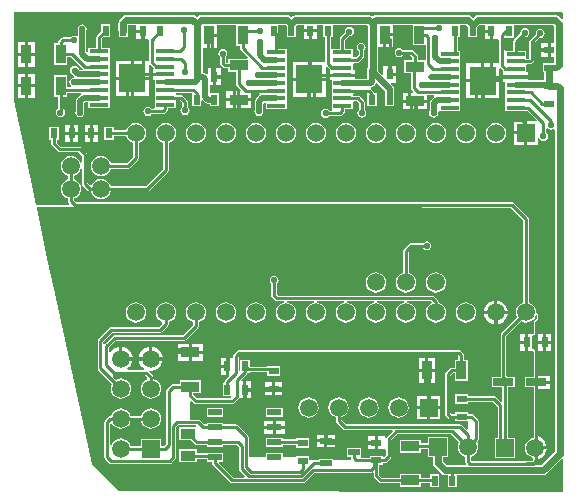
<source format=gtl>
G04 Layer_Physical_Order=1*
G04 Layer_Color=255*
%FSLAX25Y25*%
%MOIN*%
G70*
G01*
G75*
%ADD10R,0.03543X0.06299*%
%ADD11R,0.06299X0.01378*%
%ADD12R,0.09094X0.09685*%
%ADD13R,0.05118X0.03543*%
%ADD14R,0.07087X0.02559*%
%ADD15R,0.02362X0.03543*%
%ADD16R,0.03543X0.02362*%
%ADD17R,0.04701X0.02201*%
%ADD18R,0.03937X0.02165*%
%ADD19R,0.06299X0.03543*%
%ADD20C,0.01968*%
%ADD21C,0.01000*%
%ADD22C,0.02362*%
%ADD23C,0.05905*%
%ADD24R,0.05905X0.05905*%
%ADD25R,0.05905X0.05905*%
%ADD26C,0.02165*%
G36*
X120204Y434473D02*
X120321Y434394D01*
X120669Y434325D01*
X207417D01*
X266060Y434226D01*
X270197Y430089D01*
Y402558D01*
X269415Y402234D01*
X268716Y401698D01*
X268179Y400999D01*
X267842Y400185D01*
X267727Y399311D01*
X267842Y398437D01*
X268165Y397656D01*
X262938Y392429D01*
X262741Y392134D01*
X262671Y391785D01*
Y377953D01*
X262429Y377658D01*
X259646D01*
Y374311D01*
X263183D01*
Y369664D01*
X262721Y369473D01*
X261077Y371117D01*
X260782Y371314D01*
X260433Y371384D01*
X251870D01*
Y372047D01*
X247539D01*
Y368898D01*
X251870D01*
Y369561D01*
X260056D01*
X261687Y367930D01*
Y357579D01*
X260748D01*
Y350886D01*
X267441D01*
Y357579D01*
X265006D01*
Y374311D01*
X267520D01*
Y377658D01*
X264963D01*
X264936Y377790D01*
X264739Y378085D01*
X264494Y378330D01*
Y391408D01*
X269457Y396371D01*
X270229Y396051D01*
X271102Y395936D01*
X271976Y396051D01*
X272790Y396388D01*
X273489Y396924D01*
X274026Y397623D01*
X274363Y398437D01*
X274376Y398540D01*
X274876Y398507D01*
Y397326D01*
X273962Y396412D01*
X273765Y396116D01*
X273695Y395768D01*
Y392618D01*
X273638Y392142D01*
X273195Y392142D01*
X271957D01*
Y389370D01*
Y386598D01*
X273638Y386598D01*
X273695Y386122D01*
Y377658D01*
X270669D01*
Y374311D01*
X273695D01*
Y357555D01*
X273221Y357492D01*
X272407Y357155D01*
X271708Y356619D01*
X271171Y355920D01*
X270834Y355106D01*
X270719Y354232D01*
X270834Y353359D01*
X271171Y352544D01*
X271708Y351846D01*
X272407Y351309D01*
X273221Y350972D01*
X273498Y350935D01*
Y350082D01*
X273146Y349730D01*
X252937D01*
X252663Y350003D01*
Y351283D01*
X253440Y351605D01*
X254139Y352141D01*
X254675Y352840D01*
X255012Y353654D01*
X255127Y354528D01*
X255012Y355401D01*
X254691Y356178D01*
X255073Y356560D01*
X255271Y356856D01*
X255340Y357205D01*
Y363091D01*
X255340Y363091D01*
X255340Y363091D01*
X255313Y363229D01*
X255271Y363439D01*
X255271Y363439D01*
Y363439D01*
X255073Y363735D01*
X255073Y363735D01*
X255073Y363735D01*
X253597Y365211D01*
X253409Y365337D01*
X253301Y365409D01*
X253301Y365409D01*
X253301Y365409D01*
X253142Y365441D01*
X252953Y365478D01*
X251870D01*
Y366142D01*
X247539D01*
Y365478D01*
X246342D01*
X245891Y365929D01*
Y378264D01*
X246736Y379109D01*
X247342D01*
Y376477D01*
X251673D01*
Y383563D01*
X250419D01*
Y385227D01*
X250350Y385576D01*
X250152Y385872D01*
X249454Y386569D01*
X249159Y386767D01*
X248810Y386836D01*
X175591D01*
X175427Y386804D01*
X175242Y386767D01*
X175242Y386767D01*
X175242D01*
X175161Y386713D01*
X174946Y386570D01*
X173765Y385388D01*
X173765Y385388D01*
X173765Y385388D01*
X173706Y385301D01*
X173568Y385093D01*
X173568Y385093D01*
X173568Y385093D01*
X173535Y384929D01*
X173498Y384744D01*
X173498Y384744D01*
X173498Y384744D01*
Y384169D01*
X172055D01*
Y381398D01*
Y378626D01*
X172058D01*
X172249Y378164D01*
X170911Y376825D01*
X170713Y376530D01*
X170644Y376181D01*
Y375788D01*
X169980D01*
Y371457D01*
X172719D01*
X172937Y370970D01*
X172722Y370695D01*
X161401D01*
X160163Y371932D01*
Y372441D01*
X162795D01*
Y376772D01*
X155709D01*
Y375518D01*
X153543D01*
X153195Y375448D01*
X152899Y375251D01*
X151423Y373774D01*
X151225Y373479D01*
X151156Y373130D01*
Y355496D01*
X150508Y354848D01*
X149409D01*
Y357283D01*
X142717D01*
Y354848D01*
X139308D01*
X138986Y355625D01*
X138450Y356324D01*
X137751Y356860D01*
X136937Y357197D01*
X136063Y357312D01*
X135189Y357197D01*
X134375Y356860D01*
X133676Y356324D01*
X133140Y355625D01*
X132907Y355063D01*
X132407Y355163D01*
Y362113D01*
X132591Y362269D01*
X132840Y362260D01*
X133211Y362157D01*
X133676Y361550D01*
X134375Y361014D01*
X135189Y360677D01*
X136063Y360562D01*
X136937Y360677D01*
X137751Y361014D01*
X138450Y361550D01*
X138986Y362249D01*
X139308Y363026D01*
X142818D01*
X143140Y362249D01*
X143676Y361550D01*
X144375Y361014D01*
X145189Y360677D01*
X146063Y360562D01*
X146937Y360677D01*
X147751Y361014D01*
X148450Y361550D01*
X148986Y362249D01*
X149323Y363063D01*
X149438Y363937D01*
X149323Y364811D01*
X148986Y365625D01*
X148450Y366324D01*
X147751Y366860D01*
X146937Y367197D01*
X146063Y367312D01*
X145189Y367197D01*
X144375Y366860D01*
X143676Y366324D01*
X143140Y365625D01*
X142818Y364848D01*
X139308D01*
X138986Y365625D01*
X138450Y366324D01*
X137751Y366860D01*
X136937Y367197D01*
X136063Y367312D01*
X135189Y367197D01*
X134375Y366860D01*
X133676Y366324D01*
X133140Y365625D01*
X132818Y364848D01*
X132638D01*
X132289Y364779D01*
X131993Y364581D01*
X130852Y363440D01*
X130654Y363144D01*
X130585Y362795D01*
Y351181D01*
X130654Y350832D01*
X130852Y350537D01*
X132230Y349159D01*
X132525Y348961D01*
X132874Y348892D01*
X152362D01*
X152711Y348961D01*
X153006Y349159D01*
X154188Y350340D01*
X154385Y350636D01*
X154455Y350984D01*
Y361138D01*
X155102Y361786D01*
X161204D01*
X161309Y361622D01*
X161035Y361122D01*
X155610D01*
Y356791D01*
X159440D01*
X160812Y355419D01*
X161108Y355221D01*
X161457Y355152D01*
X164669D01*
Y354569D01*
X170158D01*
Y355152D01*
X174760D01*
X175451Y354461D01*
Y347159D01*
X175520Y346810D01*
X175718Y346515D01*
X177485Y344747D01*
X177294Y344285D01*
X173440D01*
X168657Y349069D01*
X168864Y349569D01*
X170158D01*
Y352557D01*
X164669D01*
Y352388D01*
X161516D01*
Y353642D01*
X155610D01*
Y349311D01*
X161516D01*
Y350565D01*
X164669D01*
Y349569D01*
X166502D01*
Y349024D01*
X166572Y348675D01*
X166769Y348379D01*
X172419Y342730D01*
X172714Y342532D01*
X173063Y342463D01*
X196824D01*
X197172Y342532D01*
X197468Y342730D01*
X200678Y345939D01*
X219488D01*
X219837Y346009D01*
X219849Y346016D01*
X220349Y345749D01*
Y344783D01*
X220418Y344435D01*
X220616Y344139D01*
X222092Y342663D01*
X222388Y342465D01*
X222736Y342396D01*
X229035D01*
Y341142D01*
X236122D01*
Y342396D01*
X239075D01*
Y341043D01*
X242224D01*
Y345374D01*
X239075D01*
Y344218D01*
X236122D01*
Y345472D01*
X229035D01*
Y344218D01*
X223114D01*
X222171Y345161D01*
Y348425D01*
X223425D01*
Y349089D01*
X224016D01*
X224364Y349158D01*
X224660Y349356D01*
X226038Y350734D01*
X226236Y351029D01*
X226305Y351378D01*
Y356709D01*
X228330Y358734D01*
X246256D01*
X248813Y356178D01*
X248492Y355401D01*
X248377Y354528D01*
X248492Y353654D01*
X248829Y352840D01*
X249365Y352141D01*
X250064Y351605D01*
X250841Y351283D01*
Y349626D01*
X250910Y349277D01*
X251108Y348982D01*
X251295Y348794D01*
X251104Y348332D01*
X244785D01*
X243358Y349760D01*
Y351181D01*
X245098D01*
Y357874D01*
X238405D01*
Y355636D01*
X236122D01*
Y356890D01*
X229035D01*
Y352559D01*
X236122D01*
Y353813D01*
X238405D01*
Y351181D01*
X240146D01*
Y349095D01*
X240146Y349095D01*
X240269Y348480D01*
X240617Y347959D01*
X242985Y345591D01*
X242985Y345591D01*
X243505Y345243D01*
X244120Y345121D01*
X244980D01*
Y341043D01*
X248130D01*
Y345121D01*
X276845D01*
X276845Y345121D01*
X277459Y345243D01*
X277980Y345591D01*
X283063Y350674D01*
X283563Y350467D01*
Y339822D01*
X283209Y339469D01*
X135335Y339665D01*
X126378Y348622D01*
Y348917D01*
X113750Y406997D01*
X111618Y417028D01*
X109045Y429134D01*
X107989Y434104D01*
X108304Y434493D01*
X120204Y434473D01*
D02*
G37*
G36*
X248597Y384850D02*
Y383563D01*
X247342D01*
Y380931D01*
X246358D01*
X246010Y380862D01*
X245714Y380664D01*
X244336Y379286D01*
X244139Y378990D01*
X244069Y378642D01*
Y365551D01*
X244139Y365202D01*
X244336Y364907D01*
X245320Y363923D01*
X245616Y363725D01*
X245965Y363656D01*
X247539D01*
Y362992D01*
X251752D01*
Y360328D01*
X251290Y360136D01*
X249660Y361766D01*
X249364Y361964D01*
X249016Y362033D01*
X211204D01*
X209592Y363645D01*
Y364373D01*
X210369Y364695D01*
X211068Y365231D01*
X211604Y365931D01*
X211942Y366745D01*
X212056Y367618D01*
X211942Y368492D01*
X211604Y369306D01*
X211068Y370005D01*
X210369Y370541D01*
X209555Y370879D01*
X208681Y370993D01*
X207808Y370879D01*
X206994Y370541D01*
X206294Y370005D01*
X205758Y369306D01*
X205421Y368492D01*
X205306Y367618D01*
X205421Y366745D01*
X205758Y365931D01*
X206294Y365231D01*
X206994Y364695D01*
X207770Y364373D01*
Y363268D01*
X207839Y362919D01*
X208037Y362623D01*
X210182Y360478D01*
X210478Y360280D01*
X210827Y360211D01*
X226576D01*
X226767Y359749D01*
X224749Y357731D01*
X224552Y357435D01*
X224529Y357318D01*
X224031Y357382D01*
Y358087D01*
X221760D01*
Y355906D01*
Y353725D01*
X223983D01*
X224031Y353725D01*
X224483Y353607D01*
Y351755D01*
X223925Y351198D01*
X223425Y351405D01*
Y351575D01*
X219094D01*
Y350911D01*
X216401D01*
X216083Y351279D01*
Y354232D01*
X211358D01*
Y351279D01*
X212809D01*
Y350650D01*
X212839Y350500D01*
X212839Y350461D01*
X212573Y350071D01*
X212478Y350000D01*
X206752D01*
Y350492D01*
X202028D01*
Y350000D01*
X198819D01*
Y351476D01*
X194488D01*
Y351063D01*
X190055D01*
Y352557D01*
X184567D01*
Y351063D01*
X178667D01*
Y357874D01*
X178598Y358223D01*
X178400Y358518D01*
X175211Y361707D01*
X174916Y361905D01*
X174567Y361974D01*
X170158D01*
Y362557D01*
X164669D01*
Y361974D01*
X163822D01*
X162455Y363341D01*
X162160Y363539D01*
X161811Y363608D01*
X159252D01*
Y369613D01*
X159714Y369804D01*
X160379Y369139D01*
X160675Y368942D01*
X161024Y368872D01*
X173228D01*
X173577Y368942D01*
X173873Y369139D01*
X175349Y370616D01*
X175506Y370851D01*
X176961D01*
Y373622D01*
Y376394D01*
X176323D01*
X176116Y376894D01*
X178105Y378883D01*
X178303Y379179D01*
X178313Y379232D01*
X179036D01*
Y379404D01*
X184843D01*
Y378150D01*
X189173D01*
Y381299D01*
X184843D01*
Y381226D01*
X179036D01*
Y383563D01*
X175886D01*
Y379690D01*
X175821Y379646D01*
X175321Y379914D01*
Y384367D01*
X175968Y385014D01*
X248432D01*
X248597Y384850D01*
D02*
G37*
G36*
X283562Y499089D02*
X283556Y497177D01*
X283056Y496971D01*
X282041Y497986D01*
X282041Y497986D01*
X282041Y497986D01*
X281724Y498198D01*
X281520Y498334D01*
X281520Y498334D01*
X281520Y498334D01*
X281250Y498387D01*
X280906Y498456D01*
X280906Y498456D01*
X280906Y498456D01*
X255217D01*
X255217Y498456D01*
X254602Y498334D01*
X254081Y497986D01*
X254081Y497986D01*
X253445Y497349D01*
X252809Y497986D01*
X252288Y498334D01*
X251673Y498456D01*
X251673Y498456D01*
X221260D01*
X220645Y498334D01*
X220125Y497986D01*
X219634Y498088D01*
X219414Y498235D01*
X218799Y498358D01*
X218799Y498358D01*
X194094D01*
X194094Y498358D01*
X194094Y498358D01*
X193730Y498285D01*
X193480Y498235D01*
X193480Y498235D01*
X193480Y498235D01*
X193203Y498050D01*
X192959Y497887D01*
X192527Y498082D01*
X192150Y498334D01*
X191535Y498456D01*
X191535Y498456D01*
X162894D01*
X162279Y498334D01*
X161758Y497986D01*
X161417Y497645D01*
X161076Y497986D01*
X160555Y498334D01*
X159941Y498456D01*
X159941Y498456D01*
X137795D01*
X137795Y498456D01*
X137795Y498456D01*
X137460Y498389D01*
X137181Y498334D01*
X137181Y498334D01*
X137181Y498334D01*
X136959Y498186D01*
X136660Y497986D01*
X136660Y497986D01*
X136660Y497986D01*
X135774Y497100D01*
X135774Y497100D01*
X135774Y497100D01*
X135774Y497100D01*
X135624Y496875D01*
X135426Y496579D01*
X135426Y496579D01*
X135426Y496579D01*
X135355Y496220D01*
X135304Y495965D01*
Y495964D01*
X135304Y495964D01*
X135304Y495964D01*
Y493209D01*
X135335Y493053D01*
Y491043D01*
X138484D01*
Y493053D01*
X138515Y493209D01*
Y495245D01*
X141225D01*
Y493610D01*
X143406D01*
Y493110D01*
X143906D01*
Y490339D01*
X145298D01*
X145447Y490157D01*
Y483689D01*
X145409Y483205D01*
X144947Y483205D01*
X140362D01*
Y477862D01*
X145409D01*
Y481729D01*
X145909Y481936D01*
X147014Y480831D01*
X146807Y480331D01*
X146736D01*
Y479142D01*
X150886D01*
Y478142D01*
X146736D01*
Y476953D01*
X147343D01*
Y475106D01*
X147343Y475000D01*
X147343D01*
Y474606D01*
X147343D01*
Y472547D01*
X147343Y472441D01*
Y472047D01*
X147343Y471941D01*
Y469988D01*
X147343Y469882D01*
Y469488D01*
X147343Y469382D01*
Y467323D01*
X146873Y467250D01*
X146246D01*
X146143Y467403D01*
X145655Y467729D01*
X145079Y467844D01*
X144503Y467729D01*
X144014Y467403D01*
X143688Y466915D01*
X143573Y466339D01*
X143688Y465763D01*
X144014Y465274D01*
X144503Y464948D01*
X145079Y464833D01*
X145655Y464948D01*
X146143Y465274D01*
X146246Y465427D01*
X150197D01*
X150546Y465497D01*
X150841Y465694D01*
X151530Y466383D01*
X151728Y466679D01*
X151797Y467028D01*
Y467323D01*
X154429D01*
Y469382D01*
X154429Y469488D01*
Y469882D01*
X154601Y470053D01*
X155725D01*
X156569Y469209D01*
Y467801D01*
X156416Y467698D01*
X156090Y467210D01*
X155975Y466634D01*
X156090Y466058D01*
X156416Y465569D01*
X156904Y465243D01*
X157480Y465129D01*
X158056Y465243D01*
X158545Y465569D01*
X158871Y466058D01*
X158986Y466634D01*
X158871Y467210D01*
X158545Y467698D01*
X158391Y467801D01*
Y469587D01*
X158322Y469935D01*
X158125Y470231D01*
X156747Y471609D01*
X156451Y471806D01*
X156102Y471876D01*
X154601D01*
X154429Y472047D01*
Y472441D01*
X154601Y472612D01*
X159315D01*
X159744Y472441D01*
Y468110D01*
X162894D01*
Y469869D01*
X162938Y469904D01*
X163394Y470052D01*
X164164Y469282D01*
X164620Y468978D01*
X165157Y468871D01*
X165650D01*
Y468110D01*
X168799D01*
Y472441D01*
X165677D01*
Y475181D01*
X166724D01*
Y477953D01*
Y480724D01*
X165043D01*
Y478936D01*
X164581Y478744D01*
X164379Y478946D01*
X163923Y479251D01*
X163386Y479358D01*
X163314D01*
Y487484D01*
X164854D01*
Y491634D01*
X165354D01*
Y492134D01*
X168126D01*
Y495245D01*
X174134D01*
X174606Y495177D01*
X174606Y494745D01*
Y488091D01*
X175860D01*
Y487303D01*
X175929Y486955D01*
X176127Y486659D01*
X178466Y484320D01*
X178275Y483858D01*
X171850D01*
Y482604D01*
X171047D01*
X170990Y482661D01*
Y484463D01*
X171143Y484565D01*
X171469Y485054D01*
X171584Y485630D01*
X171469Y486206D01*
X171143Y486694D01*
X170655Y487021D01*
X170079Y487135D01*
X169503Y487021D01*
X169014Y486694D01*
X168688Y486206D01*
X168573Y485630D01*
X168688Y485054D01*
X169014Y484565D01*
X169167Y484463D01*
Y482283D01*
X169237Y481935D01*
X169434Y481639D01*
X170025Y481049D01*
X170320Y480851D01*
X170669Y480782D01*
X171850D01*
Y479528D01*
X174482D01*
Y475591D01*
X174552Y475242D01*
X174626Y475131D01*
X174749Y474946D01*
X176186Y473509D01*
X175995Y473047D01*
X175894D01*
Y470776D01*
X179543D01*
Y472317D01*
X182255D01*
X182407Y471817D01*
X182176Y471663D01*
X181093Y470580D01*
X180789Y470124D01*
X180682Y469587D01*
Y466843D01*
X180581Y466339D01*
X180696Y465763D01*
X181022Y465274D01*
X181511Y464948D01*
X182087Y464833D01*
X182663Y464948D01*
X183151Y465274D01*
X183477Y465763D01*
X183592Y466339D01*
X183492Y466843D01*
Y468959D01*
X183878Y469258D01*
X184350Y469148D01*
X184350Y468764D01*
Y467028D01*
X191437D01*
Y469087D01*
X191437Y469193D01*
Y469587D01*
X191437Y469693D01*
Y471646D01*
X191437Y471752D01*
Y472146D01*
X191437Y472252D01*
Y474205D01*
X191437Y474311D01*
Y474705D01*
X191437Y474811D01*
Y476870D01*
X191437D01*
Y477264D01*
X191437D01*
Y479323D01*
X191437Y479429D01*
Y479823D01*
X191437Y479929D01*
Y481882D01*
X191437Y481988D01*
Y482382D01*
X191437Y482488D01*
Y484441D01*
X191437Y484547D01*
X191437D01*
Y484941D01*
X191437D01*
Y487106D01*
X188608D01*
Y492513D01*
X188576Y492672D01*
Y495245D01*
X190870D01*
X191332Y494783D01*
Y491043D01*
X194482D01*
Y494869D01*
X194760Y495146D01*
X197130D01*
Y493709D01*
X199311D01*
X201492D01*
Y495146D01*
X203642D01*
Y491043D01*
X204305D01*
Y482909D01*
X199417D01*
Y477567D01*
X204465D01*
Y481040D01*
X204965Y481247D01*
X205710Y480502D01*
X205791Y480035D01*
X205791Y480035D01*
Y478847D01*
X214090D01*
Y480035D01*
X213484D01*
Y481882D01*
X213484Y481988D01*
X213484D01*
Y482053D01*
X213913Y482553D01*
X214862D01*
X215211Y482623D01*
X215507Y482820D01*
X216884Y484198D01*
X217082Y484494D01*
X217151Y484842D01*
Y486530D01*
X217305Y486632D01*
X217631Y487121D01*
X217745Y487697D01*
X217631Y488273D01*
X217305Y488761D01*
X216816Y489088D01*
X216240Y489202D01*
X215664Y489088D01*
X215176Y488761D01*
X214849Y488273D01*
X214735Y487697D01*
X214849Y487121D01*
X215176Y486632D01*
X215329Y486530D01*
Y485220D01*
X214485Y484376D01*
X213656D01*
X213484Y484547D01*
Y484941D01*
X213484Y485047D01*
Y487106D01*
X210852D01*
Y490174D01*
X212122Y491444D01*
X212303Y491408D01*
X212879Y491523D01*
X213368Y491849D01*
X213694Y492337D01*
X213808Y492913D01*
X213694Y493489D01*
X213368Y493978D01*
X212879Y494304D01*
X212303Y494419D01*
X211727Y494304D01*
X211239Y493978D01*
X210912Y493489D01*
X210798Y492913D01*
X210834Y492733D01*
X209297Y491196D01*
X209099Y490900D01*
X209030Y490551D01*
Y487106D01*
X206628D01*
X206398Y487106D01*
X206128Y487495D01*
Y491043D01*
X206791D01*
Y495146D01*
X218134D01*
X218254Y495026D01*
X218479Y494876D01*
Y480807D01*
X218209D01*
Y477192D01*
X214090D01*
Y477846D01*
X205791D01*
Y476657D01*
X206398D01*
Y474811D01*
X206398Y474705D01*
Y474311D01*
X206398Y474205D01*
Y472252D01*
X206398Y472146D01*
Y471752D01*
X206398Y471646D01*
Y469693D01*
X206398Y469587D01*
Y469193D01*
X206398Y469087D01*
Y467028D01*
X206398D01*
X206317Y466561D01*
X205498D01*
X205395Y466714D01*
X204907Y467040D01*
X204331Y467155D01*
X203755Y467040D01*
X203266Y466714D01*
X202940Y466226D01*
X202825Y465650D01*
X202940Y465074D01*
X203266Y464585D01*
X203755Y464259D01*
X204331Y464144D01*
X204907Y464259D01*
X205395Y464585D01*
X205498Y464738D01*
X209055D01*
X209404Y464808D01*
X209699Y465005D01*
X210585Y465891D01*
X210783Y466187D01*
X210852Y466535D01*
Y467028D01*
X213484D01*
Y469087D01*
X213484Y469193D01*
Y469587D01*
X213656Y469758D01*
X214682D01*
X215526Y468914D01*
Y466915D01*
X215373Y466812D01*
X215046Y466324D01*
X214932Y465748D01*
X215046Y465172D01*
X215373Y464684D01*
X215861Y464357D01*
X216437Y464243D01*
X217013Y464357D01*
X217501Y464684D01*
X217828Y465172D01*
X217942Y465748D01*
X217828Y466324D01*
X217501Y466812D01*
X217348Y466915D01*
Y469291D01*
X217279Y469640D01*
X217081Y469936D01*
X215704Y471313D01*
X215408Y471511D01*
X215059Y471580D01*
X213656D01*
X213484Y471752D01*
Y472146D01*
X213656Y472317D01*
X218208D01*
Y468012D01*
X221358D01*
Y472342D01*
X220675D01*
X220625Y472593D01*
X220427Y472889D01*
X219443Y473873D01*
X219414Y473892D01*
X219409Y473995D01*
X219537Y474412D01*
X219927Y474489D01*
X220383Y474794D01*
X220777Y475188D01*
X221081Y475643D01*
X221622Y475800D01*
X224284Y473139D01*
Y472342D01*
X224114D01*
Y468012D01*
X227264D01*
Y472342D01*
X227094D01*
Y473721D01*
X226987Y474258D01*
X226682Y474714D01*
X225988Y475408D01*
X226180Y475870D01*
X227870D01*
Y478142D01*
X225689D01*
Y478642D01*
X225189D01*
Y481413D01*
X223508D01*
Y478542D01*
X223046Y478350D01*
X221974Y479422D01*
X221976Y479429D01*
Y487780D01*
X223614D01*
Y491929D01*
X224114D01*
Y492429D01*
X226886D01*
Y495245D01*
X233366D01*
Y488386D01*
X237671D01*
Y483366D01*
X235065D01*
Y484744D01*
X234995Y485093D01*
X234798Y485389D01*
X233617Y486569D01*
X233321Y486767D01*
X232972Y486836D01*
X230005D01*
X229903Y486990D01*
X229415Y487316D01*
X228839Y487430D01*
X228262Y487316D01*
X227774Y486990D01*
X227448Y486501D01*
X227333Y485925D01*
X227448Y485349D01*
X227774Y484861D01*
X228262Y484535D01*
X228839Y484420D01*
X229415Y484535D01*
X229903Y484861D01*
X230005Y485014D01*
X232595D01*
X233242Y484367D01*
Y483366D01*
X230610D01*
Y479036D01*
X232849D01*
Y474114D01*
X232918Y473766D01*
X233116Y473470D01*
X233568Y473017D01*
X233377Y472555D01*
X230004D01*
Y470284D01*
X234154D01*
X238303D01*
Y471825D01*
X240424D01*
X240576Y471325D01*
X240345Y471171D01*
X239459Y470285D01*
X239155Y469829D01*
X239048Y469291D01*
Y466450D01*
X238964Y466324D01*
X238849Y465748D01*
X238964Y465172D01*
X239290Y464684D01*
X239778Y464357D01*
X240354Y464243D01*
X240930Y464357D01*
X241419Y464684D01*
X241745Y465172D01*
X241860Y465748D01*
X241849Y465802D01*
X241858Y465846D01*
Y466147D01*
X242126Y466535D01*
X242358Y466535D01*
X249213D01*
Y468595D01*
X249213Y468701D01*
Y469095D01*
X249213Y469201D01*
Y471153D01*
X249213Y471260D01*
Y471654D01*
X249213Y471760D01*
Y473819D01*
X249213Y473819D01*
Y474213D01*
X249213D01*
X249213Y474319D01*
Y476378D01*
X249213Y476378D01*
Y476772D01*
X249213D01*
X249213Y476878D01*
Y478831D01*
X249213Y478937D01*
X249213D01*
Y479331D01*
X249213D01*
Y481496D01*
X249213Y481496D01*
Y481890D01*
X249213D01*
X249213Y481996D01*
Y483949D01*
X249213Y484055D01*
X249213D01*
Y484449D01*
X249213D01*
Y486614D01*
X248352D01*
Y491043D01*
X249016D01*
Y495245D01*
X251008D01*
X251719Y494534D01*
X251772Y494499D01*
Y491043D01*
X254921D01*
Y494302D01*
X254974Y494337D01*
X255882Y495245D01*
X257366D01*
Y493610D01*
X259547D01*
Y493110D01*
X260047D01*
Y490339D01*
X261729D01*
X262081Y489985D01*
Y482417D01*
X257193D01*
Y477075D01*
X262240D01*
Y480449D01*
X262740Y480656D01*
X263416Y479981D01*
X263567Y479543D01*
X263567Y479543D01*
Y478354D01*
X271866D01*
Y479543D01*
X271260D01*
Y481390D01*
X271260Y481496D01*
Y481890D01*
X271431Y482061D01*
X272441D01*
X272790Y482131D01*
X273085Y482328D01*
X273676Y482919D01*
X273873Y483214D01*
X273943Y483563D01*
Y489091D01*
X275705Y490854D01*
X275886Y490817D01*
X276462Y490932D01*
X276950Y491258D01*
X277276Y491747D01*
X277391Y492323D01*
X277276Y492899D01*
X276950Y493387D01*
X276462Y493714D01*
X275886Y493828D01*
X275310Y493714D01*
X274821Y493387D01*
X274495Y492899D01*
X274380Y492323D01*
X274416Y492142D01*
X272387Y490113D01*
X272190Y489817D01*
X272120Y489468D01*
Y483941D01*
X272063Y483884D01*
X271431D01*
X271260Y484055D01*
Y484449D01*
X271260Y484555D01*
Y486614D01*
X268628D01*
Y489189D01*
X270587Y491149D01*
X270768Y491113D01*
X271344Y491227D01*
X271832Y491554D01*
X272158Y492042D01*
X272273Y492618D01*
X272158Y493194D01*
X271832Y493682D01*
X271344Y494009D01*
X270768Y494123D01*
X270192Y494009D01*
X269703Y493682D01*
X269377Y493194D01*
X269262Y492618D01*
X269298Y492437D01*
X267072Y490211D01*
X266875Y489916D01*
X266805Y489567D01*
Y486614D01*
X264403D01*
X264173Y486614D01*
X263903Y487002D01*
Y490945D01*
X267028D01*
Y495245D01*
X280241D01*
X280579Y494906D01*
Y488992D01*
X279339D01*
Y486811D01*
Y484630D01*
X280579D01*
Y482480D01*
X278994D01*
X278839Y482511D01*
X278683Y482480D01*
X276673D01*
Y479331D01*
X277233D01*
Y476700D01*
X271866D01*
Y477354D01*
X263567D01*
Y476165D01*
X264173D01*
Y474319D01*
X264173Y474213D01*
X264173D01*
Y473819D01*
X264173D01*
Y471654D01*
X264173D01*
Y471260D01*
X264173D01*
Y469201D01*
X264173Y469095D01*
Y468701D01*
X264173Y468595D01*
Y466535D01*
X271260D01*
Y466535D01*
X271755Y466523D01*
X274672Y463606D01*
X274465Y463106D01*
X271602D01*
Y459154D01*
Y455201D01*
X275055D01*
Y457461D01*
X275555Y457510D01*
X275578Y457396D01*
X275904Y456908D01*
X276393Y456582D01*
X276969Y456467D01*
X277544Y456582D01*
X278033Y456908D01*
X278359Y457396D01*
X278474Y457972D01*
X278359Y458548D01*
X278033Y459037D01*
X277880Y459139D01*
Y460621D01*
X278380Y460773D01*
X278463Y460648D01*
X278952Y460322D01*
X279528Y460207D01*
X280104Y460322D01*
X280276Y460437D01*
X280776Y460170D01*
Y435767D01*
Y352929D01*
X276180Y348332D01*
X271523D01*
X271170Y348687D01*
X271176Y349304D01*
X273146D01*
X273250Y349347D01*
X273447Y349429D01*
X273447Y349429D01*
X273799Y349781D01*
X273799Y349781D01*
X273924Y350082D01*
Y350096D01*
X274094Y350245D01*
X275126Y350381D01*
X276088Y350780D01*
X276913Y351413D01*
X277547Y352239D01*
X277945Y353200D01*
X278015Y353732D01*
X274094D01*
Y354732D01*
X278015D01*
X277945Y355264D01*
X277547Y356226D01*
X276913Y357051D01*
X276088Y357685D01*
X275126Y358083D01*
X274121Y358215D01*
Y373705D01*
X279150D01*
Y375484D01*
X274606D01*
Y376484D01*
X279150D01*
Y378264D01*
X274121D01*
Y386122D01*
X274111Y386147D01*
X274118Y386173D01*
X274061Y386649D01*
X273993Y386771D01*
X273939Y386900D01*
X273914Y386910D01*
X273901Y386933D01*
X273767Y386971D01*
X273638Y387024D01*
X273457D01*
X273032Y387205D01*
Y391254D01*
X273149Y391585D01*
X273457Y391716D01*
X273638D01*
X273767Y391769D01*
X273901Y391807D01*
X273914Y391830D01*
X273939Y391840D01*
X273993Y391969D01*
X274061Y392091D01*
X274118Y392567D01*
X274111Y392593D01*
X274121Y392618D01*
Y395726D01*
X274166Y395950D01*
X274293Y396141D01*
X275178Y397025D01*
X275178Y397025D01*
X275302Y397326D01*
Y398507D01*
X275245Y398646D01*
X275197Y398788D01*
X275183Y398795D01*
X275178Y398809D01*
X275039Y398866D01*
X274904Y398933D01*
X274782Y398940D01*
X274478Y399311D01*
X274363Y400185D01*
X274026Y400999D01*
X273489Y401698D01*
X272790Y402234D01*
X272020Y402553D01*
Y430326D01*
X272047Y430413D01*
X272374Y430543D01*
X271869Y431090D01*
X270968Y431991D01*
X269098Y433861D01*
X267605Y435355D01*
X267610Y435368D01*
X267495Y435368D01*
X266983Y435881D01*
X266687Y436078D01*
X266339Y436147D01*
X121047D01*
X120350Y436844D01*
X120402Y437340D01*
X121097Y437628D01*
X121796Y438165D01*
X122333Y438864D01*
X122670Y439678D01*
X122785Y440551D01*
X122670Y441425D01*
X122333Y442239D01*
X121796Y442938D01*
X121097Y443474D01*
X120321Y443796D01*
Y444938D01*
X121097Y445260D01*
X121796Y445796D01*
X122333Y446495D01*
X122605Y447152D01*
X123105Y447052D01*
Y442224D01*
X123136Y442067D01*
X123174Y441876D01*
X123174Y441876D01*
X123371Y441580D01*
X125044Y439907D01*
X125045Y439907D01*
X125045Y439907D01*
X125340Y439709D01*
X125340D01*
X125340Y439709D01*
X125565Y439665D01*
X125689Y439640D01*
X126165D01*
X126487Y438864D01*
X127023Y438165D01*
X127722Y437628D01*
X128536Y437291D01*
X129410Y437176D01*
X130283Y437291D01*
X131097Y437628D01*
X131796Y438165D01*
X132333Y438864D01*
X132654Y439640D01*
X144882D01*
X145231Y439709D01*
X145526Y439907D01*
X151753Y446134D01*
X151951Y446429D01*
X152020Y446778D01*
Y455911D01*
X152790Y456230D01*
X153489Y456767D01*
X154025Y457466D01*
X154363Y458280D01*
X154478Y459154D01*
X154363Y460027D01*
X154025Y460841D01*
X153489Y461540D01*
X152790Y462077D01*
X151976Y462414D01*
X151102Y462529D01*
X150229Y462414D01*
X149415Y462077D01*
X148716Y461540D01*
X148179Y460841D01*
X147842Y460027D01*
X147727Y459154D01*
X147842Y458280D01*
X148179Y457466D01*
X148716Y456767D01*
X149415Y456230D01*
X150197Y455906D01*
Y447155D01*
X144505Y441462D01*
X132654D01*
X132333Y442239D01*
X131796Y442938D01*
X131097Y443474D01*
X130283Y443812D01*
X129410Y443926D01*
X128536Y443812D01*
X127722Y443474D01*
X127023Y442938D01*
X126487Y442239D01*
X126343Y441893D01*
X125753Y441775D01*
X124927Y442602D01*
Y451969D01*
X124858Y452317D01*
X124660Y452613D01*
X122987Y454286D01*
X122691Y454484D01*
X122343Y454553D01*
X116027D01*
X114789Y455791D01*
Y456890D01*
X115453D01*
Y461221D01*
X112303D01*
Y456890D01*
X112967D01*
Y455413D01*
X113036Y455065D01*
X113234Y454769D01*
X115005Y452997D01*
X115301Y452800D01*
X115650Y452731D01*
X121965D01*
X123105Y451591D01*
Y449314D01*
X122605Y449214D01*
X122333Y449871D01*
X121796Y450570D01*
X121097Y451106D01*
X120283Y451443D01*
X119410Y451558D01*
X118536Y451443D01*
X117722Y451106D01*
X117023Y450570D01*
X116487Y449871D01*
X116149Y449057D01*
X116034Y448183D01*
X116149Y447309D01*
X116487Y446495D01*
X117023Y445796D01*
X117722Y445260D01*
X118498Y444938D01*
Y443796D01*
X117722Y443474D01*
X117023Y442938D01*
X116487Y442239D01*
X116149Y441425D01*
X116034Y440551D01*
X116149Y439678D01*
X116487Y438864D01*
X117023Y438165D01*
X117722Y437628D01*
X118498Y437306D01*
Y436496D01*
X118568Y436147D01*
X118765Y435852D01*
X118871Y435746D01*
X118680Y435284D01*
X107739Y435278D01*
X103324Y456056D01*
X100394Y469842D01*
Y477165D01*
Y484646D01*
Y499508D01*
X283145D01*
X283562Y499089D01*
D02*
G37*
%LPC*%
G36*
X158752Y388795D02*
X155102D01*
Y386524D01*
X158752D01*
Y388795D01*
D02*
G37*
G36*
X146563Y387858D02*
Y384437D01*
X149984D01*
X149914Y384969D01*
X149516Y385930D01*
X148882Y386756D01*
X148056Y387390D01*
X147095Y387788D01*
X146563Y387858D01*
D02*
G37*
G36*
X136563D02*
Y384437D01*
X139984D01*
X139914Y384969D01*
X139516Y385930D01*
X138882Y386756D01*
X138056Y387390D01*
X137095Y387788D01*
X136563Y387858D01*
D02*
G37*
G36*
X163402Y388795D02*
X159752D01*
Y386524D01*
X163402D01*
Y388795D01*
D02*
G37*
G36*
X270957Y388870D02*
X269276D01*
Y386598D01*
X270957D01*
Y388870D01*
D02*
G37*
G36*
X171055Y380898D02*
X169374D01*
Y378626D01*
X171055D01*
Y380898D01*
D02*
G37*
G36*
Y384169D02*
X169374D01*
Y381898D01*
X171055D01*
Y384169D01*
D02*
G37*
G36*
X145563Y387858D02*
X145031Y387788D01*
X144070Y387390D01*
X143244Y386756D01*
X142610Y385930D01*
X142212Y384969D01*
X142142Y384437D01*
X145563D01*
Y387858D01*
D02*
G37*
G36*
X163402Y385524D02*
X159752D01*
Y383252D01*
X163402D01*
Y385524D01*
D02*
G37*
G36*
X158752D02*
X155102D01*
Y383252D01*
X158752D01*
Y385524D01*
D02*
G37*
G36*
X187205Y411545D02*
X186629Y411430D01*
X186140Y411104D01*
X185814Y410615D01*
X185699Y410039D01*
X185814Y409463D01*
X186140Y408975D01*
X186293Y408873D01*
Y404921D01*
X186363Y404573D01*
X186560Y404277D01*
X187446Y403391D01*
X187742Y403194D01*
X188091Y403124D01*
X190598D01*
X190630Y402624D01*
X190229Y402571D01*
X189415Y402234D01*
X188716Y401698D01*
X188179Y400999D01*
X187842Y400185D01*
X187727Y399311D01*
X187842Y398437D01*
X188179Y397623D01*
X188716Y396924D01*
X189415Y396388D01*
X190229Y396051D01*
X191102Y395936D01*
X191976Y396051D01*
X192790Y396388D01*
X193489Y396924D01*
X194026Y397623D01*
X194363Y398437D01*
X194478Y399311D01*
X194363Y400185D01*
X194026Y400999D01*
X193489Y401698D01*
X192790Y402234D01*
X191976Y402571D01*
X191574Y402624D01*
X191607Y403124D01*
X200598D01*
X200630Y402624D01*
X200229Y402571D01*
X199415Y402234D01*
X198716Y401698D01*
X198179Y400999D01*
X197842Y400185D01*
X197727Y399311D01*
X197842Y398437D01*
X198179Y397623D01*
X198716Y396924D01*
X199415Y396388D01*
X200229Y396051D01*
X201102Y395936D01*
X201976Y396051D01*
X202790Y396388D01*
X203489Y396924D01*
X204026Y397623D01*
X204363Y398437D01*
X204478Y399311D01*
X204363Y400185D01*
X204026Y400999D01*
X203489Y401698D01*
X202790Y402234D01*
X201976Y402571D01*
X201574Y402624D01*
X201607Y403124D01*
X210598D01*
X210630Y402624D01*
X210229Y402571D01*
X209415Y402234D01*
X208716Y401698D01*
X208179Y400999D01*
X207842Y400185D01*
X207727Y399311D01*
X207842Y398437D01*
X208179Y397623D01*
X208716Y396924D01*
X209415Y396388D01*
X210229Y396051D01*
X211102Y395936D01*
X211976Y396051D01*
X212790Y396388D01*
X213489Y396924D01*
X214025Y397623D01*
X214363Y398437D01*
X214478Y399311D01*
X214363Y400185D01*
X214025Y400999D01*
X213489Y401698D01*
X212790Y402234D01*
X211976Y402571D01*
X211574Y402624D01*
X211607Y403124D01*
X220598D01*
X220630Y402624D01*
X220229Y402571D01*
X219415Y402234D01*
X218716Y401698D01*
X218179Y400999D01*
X217842Y400185D01*
X217727Y399311D01*
X217842Y398437D01*
X218179Y397623D01*
X218716Y396924D01*
X219415Y396388D01*
X220229Y396051D01*
X221102Y395936D01*
X221976Y396051D01*
X222790Y396388D01*
X223489Y396924D01*
X224026Y397623D01*
X224363Y398437D01*
X224478Y399311D01*
X224363Y400185D01*
X224026Y400999D01*
X223489Y401698D01*
X222790Y402234D01*
X221976Y402571D01*
X221574Y402624D01*
X221607Y403124D01*
X230598D01*
X230630Y402624D01*
X230229Y402571D01*
X229415Y402234D01*
X228716Y401698D01*
X228179Y400999D01*
X227842Y400185D01*
X227727Y399311D01*
X227842Y398437D01*
X228179Y397623D01*
X228716Y396924D01*
X229415Y396388D01*
X230229Y396051D01*
X231102Y395936D01*
X231976Y396051D01*
X232790Y396388D01*
X233489Y396924D01*
X234026Y397623D01*
X234363Y398437D01*
X234478Y399311D01*
X234363Y400185D01*
X234026Y400999D01*
X233489Y401698D01*
X232790Y402234D01*
X231976Y402571D01*
X231574Y402624D01*
X231607Y403124D01*
X239414D01*
X239696Y402805D01*
X239587Y402305D01*
X239415Y402234D01*
X238716Y401698D01*
X238179Y400999D01*
X237842Y400185D01*
X237727Y399311D01*
X237842Y398437D01*
X238179Y397623D01*
X238716Y396924D01*
X239415Y396388D01*
X240229Y396051D01*
X241102Y395936D01*
X241976Y396051D01*
X242790Y396388D01*
X243489Y396924D01*
X244025Y397623D01*
X244363Y398437D01*
X244478Y399311D01*
X244363Y400185D01*
X244025Y400999D01*
X243489Y401698D01*
X242790Y402234D01*
X242020Y402553D01*
Y402789D01*
X241950Y403138D01*
X241753Y403433D01*
X240507Y404680D01*
X240211Y404877D01*
X239862Y404947D01*
X188468D01*
X188116Y405299D01*
Y408873D01*
X188269Y408975D01*
X188595Y409463D01*
X188710Y410039D01*
X188595Y410615D01*
X188269Y411104D01*
X187781Y411430D01*
X187205Y411545D01*
D02*
G37*
G36*
X181102Y402686D02*
X180229Y402571D01*
X179415Y402234D01*
X178716Y401698D01*
X178179Y400999D01*
X177842Y400185D01*
X177727Y399311D01*
X177842Y398437D01*
X178179Y397623D01*
X178716Y396924D01*
X179415Y396388D01*
X180229Y396051D01*
X181102Y395936D01*
X181976Y396051D01*
X182790Y396388D01*
X183489Y396924D01*
X184026Y397623D01*
X184363Y398437D01*
X184478Y399311D01*
X184363Y400185D01*
X184026Y400999D01*
X183489Y401698D01*
X182790Y402234D01*
X181976Y402571D01*
X181102Y402686D01*
D02*
G37*
G36*
X171102D02*
X170229Y402571D01*
X169415Y402234D01*
X168716Y401698D01*
X168179Y400999D01*
X167842Y400185D01*
X167727Y399311D01*
X167842Y398437D01*
X168179Y397623D01*
X168716Y396924D01*
X169415Y396388D01*
X170229Y396051D01*
X171102Y395936D01*
X171976Y396051D01*
X172790Y396388D01*
X173489Y396924D01*
X174025Y397623D01*
X174363Y398437D01*
X174478Y399311D01*
X174363Y400185D01*
X174025Y400999D01*
X173489Y401698D01*
X172790Y402234D01*
X171976Y402571D01*
X171102Y402686D01*
D02*
G37*
G36*
X251102D02*
X250229Y402571D01*
X249415Y402234D01*
X248716Y401698D01*
X248179Y400999D01*
X247842Y400185D01*
X247727Y399311D01*
X247842Y398437D01*
X248179Y397623D01*
X248716Y396924D01*
X249415Y396388D01*
X250229Y396051D01*
X251102Y395936D01*
X251976Y396051D01*
X252790Y396388D01*
X253489Y396924D01*
X254026Y397623D01*
X254363Y398437D01*
X254478Y399311D01*
X254363Y400185D01*
X254026Y400999D01*
X253489Y401698D01*
X252790Y402234D01*
X251976Y402571D01*
X251102Y402686D01*
D02*
G37*
G36*
X221102Y412686D02*
X220229Y412571D01*
X219415Y412234D01*
X218716Y411698D01*
X218179Y410999D01*
X217842Y410185D01*
X217727Y409311D01*
X217842Y408437D01*
X218179Y407623D01*
X218716Y406924D01*
X219415Y406388D01*
X220229Y406051D01*
X221102Y405936D01*
X221976Y406051D01*
X222790Y406388D01*
X223489Y406924D01*
X224026Y407623D01*
X224363Y408437D01*
X224478Y409311D01*
X224363Y410185D01*
X224026Y410999D01*
X223489Y411698D01*
X222790Y412234D01*
X221976Y412571D01*
X221102Y412686D01*
D02*
G37*
G36*
X261602Y403232D02*
Y399811D01*
X265023D01*
X264953Y400343D01*
X264555Y401304D01*
X263921Y402130D01*
X263096Y402764D01*
X262134Y403162D01*
X261602Y403232D01*
D02*
G37*
G36*
X260602Y403232D02*
X260070Y403162D01*
X259109Y402764D01*
X258283Y402130D01*
X257650Y401304D01*
X257251Y400343D01*
X257181Y399811D01*
X260602D01*
Y403232D01*
D02*
G37*
G36*
X270957Y392142D02*
X269276D01*
Y389870D01*
X270957D01*
Y392142D01*
D02*
G37*
G36*
X161102Y402686D02*
X160229Y402571D01*
X159415Y402234D01*
X158716Y401698D01*
X158179Y400999D01*
X157842Y400185D01*
X157727Y399311D01*
X157842Y398437D01*
X158179Y397623D01*
X158716Y396924D01*
X159415Y396388D01*
X160197Y396064D01*
Y395147D01*
X156808Y391758D01*
X134055D01*
X133706Y391688D01*
X133411Y391491D01*
X130655Y388735D01*
X130643Y388718D01*
X130143Y388869D01*
Y389386D01*
X133350Y392593D01*
X149114D01*
X149463Y392662D01*
X149759Y392860D01*
X151753Y394854D01*
X151951Y395150D01*
X152020Y395498D01*
Y396069D01*
X152790Y396388D01*
X153489Y396924D01*
X154025Y397623D01*
X154363Y398437D01*
X154478Y399311D01*
X154363Y400185D01*
X154025Y400999D01*
X153489Y401698D01*
X152790Y402234D01*
X151976Y402571D01*
X151102Y402686D01*
X150229Y402571D01*
X149415Y402234D01*
X148716Y401698D01*
X148179Y400999D01*
X147842Y400185D01*
X147727Y399311D01*
X147842Y398437D01*
X148179Y397623D01*
X148716Y396924D01*
X149415Y396388D01*
X149830Y396216D01*
X149948Y395626D01*
X148737Y394415D01*
X132972D01*
X132624Y394346D01*
X132328Y394148D01*
X128588Y390408D01*
X128390Y390112D01*
X128321Y389764D01*
Y380768D01*
X128390Y380419D01*
X128588Y380123D01*
X133124Y375587D01*
X132803Y374811D01*
X132688Y373937D01*
X132803Y373063D01*
X133140Y372249D01*
X133676Y371550D01*
X134375Y371014D01*
X135189Y370677D01*
X136063Y370562D01*
X136937Y370677D01*
X137751Y371014D01*
X138450Y371550D01*
X138986Y372249D01*
X139323Y373063D01*
X139438Y373937D01*
X139323Y374811D01*
X138986Y375625D01*
X138450Y376324D01*
X137751Y376860D01*
X136937Y377197D01*
X136063Y377312D01*
X135189Y377197D01*
X134413Y376876D01*
X133342Y377947D01*
X133342Y377947D01*
X133629Y378366D01*
X133858Y378321D01*
X144209D01*
X144908Y377622D01*
X144791Y377032D01*
X144375Y376860D01*
X143676Y376324D01*
X143140Y375625D01*
X142803Y374811D01*
X142688Y373937D01*
X142803Y373063D01*
X143140Y372249D01*
X143676Y371550D01*
X144375Y371014D01*
X145189Y370677D01*
X146063Y370562D01*
X146937Y370677D01*
X147751Y371014D01*
X148450Y371550D01*
X148986Y372249D01*
X149323Y373063D01*
X149438Y373937D01*
X149323Y374811D01*
X148986Y375625D01*
X148450Y376324D01*
X147751Y376860D01*
X146974Y377182D01*
Y377756D01*
X146905Y378104D01*
X146707Y378400D01*
X145601Y379507D01*
X145834Y379980D01*
X146063Y379950D01*
X147095Y380086D01*
X148056Y380484D01*
X148882Y381118D01*
X149516Y381944D01*
X149914Y382905D01*
X149984Y383437D01*
X146063D01*
X142142D01*
X142212Y382905D01*
X142610Y381944D01*
X143244Y381118D01*
X143862Y380643D01*
X143693Y380143D01*
X138434D01*
X138264Y380643D01*
X138882Y381118D01*
X139516Y381944D01*
X139914Y382905D01*
X139984Y383437D01*
X136063D01*
Y383937D01*
X135563D01*
Y387858D01*
X135031Y387788D01*
X134070Y387390D01*
X133244Y386756D01*
X132710Y386061D01*
X132210Y386223D01*
Y387713D01*
X134433Y389935D01*
X157185D01*
X157534Y390005D01*
X157829Y390202D01*
X161753Y394126D01*
X161951Y394421D01*
X162020Y394770D01*
Y396069D01*
X162790Y396388D01*
X163489Y396924D01*
X164025Y397623D01*
X164363Y398437D01*
X164478Y399311D01*
X164363Y400185D01*
X164025Y400999D01*
X163489Y401698D01*
X162790Y402234D01*
X161976Y402571D01*
X161102Y402686D01*
D02*
G37*
G36*
X141102D02*
X140229Y402571D01*
X139415Y402234D01*
X138716Y401698D01*
X138179Y400999D01*
X137842Y400185D01*
X137727Y399311D01*
X137842Y398437D01*
X138179Y397623D01*
X138716Y396924D01*
X139415Y396388D01*
X140229Y396051D01*
X141102Y395936D01*
X141976Y396051D01*
X142790Y396388D01*
X143489Y396924D01*
X144026Y397623D01*
X144363Y398437D01*
X144478Y399311D01*
X144363Y400185D01*
X144026Y400999D01*
X143489Y401698D01*
X142790Y402234D01*
X141976Y402571D01*
X141102Y402686D01*
D02*
G37*
G36*
X260602Y398811D02*
X257181D01*
X257251Y398279D01*
X257650Y397318D01*
X258283Y396492D01*
X259109Y395858D01*
X260070Y395460D01*
X260602Y395390D01*
Y398811D01*
D02*
G37*
G36*
X265023D02*
X261602D01*
Y395390D01*
X262134Y395460D01*
X263096Y395858D01*
X263921Y396492D01*
X264555Y397318D01*
X264953Y398279D01*
X265023Y398811D01*
D02*
G37*
G36*
X238120Y423060D02*
X237543Y422946D01*
X237055Y422619D01*
X236953Y422466D01*
X232776D01*
X232427Y422397D01*
X232131Y422199D01*
X230464Y420532D01*
X230267Y420237D01*
X230197Y419888D01*
Y412558D01*
X229415Y412234D01*
X228716Y411698D01*
X228179Y410999D01*
X227842Y410185D01*
X227727Y409311D01*
X227842Y408437D01*
X228179Y407623D01*
X228716Y406924D01*
X229415Y406388D01*
X230229Y406051D01*
X231102Y405936D01*
X231976Y406051D01*
X232790Y406388D01*
X233489Y406924D01*
X234026Y407623D01*
X234363Y408437D01*
X234478Y409311D01*
X234363Y410185D01*
X234026Y410999D01*
X233489Y411698D01*
X232790Y412234D01*
X232020Y412553D01*
Y419511D01*
X233153Y420644D01*
X236953D01*
X237055Y420491D01*
X237543Y420164D01*
X238120Y420050D01*
X238696Y420164D01*
X239184Y420491D01*
X239510Y420979D01*
X239625Y421555D01*
X239510Y422131D01*
X239184Y422619D01*
X238696Y422946D01*
X238120Y423060D01*
D02*
G37*
G36*
X241102Y412686D02*
X240229Y412571D01*
X239415Y412234D01*
X238716Y411698D01*
X238179Y410999D01*
X237842Y410185D01*
X237727Y409311D01*
X237842Y408437D01*
X238179Y407623D01*
X238716Y406924D01*
X239415Y406388D01*
X240229Y406051D01*
X241102Y405936D01*
X241976Y406051D01*
X242790Y406388D01*
X243489Y406924D01*
X244025Y407623D01*
X244363Y408437D01*
X244478Y409311D01*
X244363Y410185D01*
X244025Y410999D01*
X243489Y411698D01*
X242790Y412234D01*
X241976Y412571D01*
X241102Y412686D01*
D02*
G37*
G36*
X240862Y384169D02*
X238591D01*
Y380520D01*
X240862D01*
Y384169D01*
D02*
G37*
G36*
X237591D02*
X235319D01*
Y380520D01*
X237591D01*
Y384169D01*
D02*
G37*
G36*
X238181Y367118D02*
X234729D01*
Y363666D01*
X238181D01*
Y367118D01*
D02*
G37*
G36*
X190661Y363163D02*
X187811D01*
Y361563D01*
X190661D01*
Y363163D01*
D02*
G37*
G36*
X186811D02*
X183961D01*
Y361563D01*
X186811D01*
Y363163D01*
D02*
G37*
G36*
X242634Y367118D02*
X239181D01*
Y363666D01*
X242634D01*
Y367118D01*
D02*
G37*
G36*
X228681Y370993D02*
X227808Y370879D01*
X226993Y370541D01*
X226294Y370005D01*
X225758Y369306D01*
X225421Y368492D01*
X225306Y367618D01*
X225421Y366745D01*
X225758Y365931D01*
X226294Y365231D01*
X226993Y364695D01*
X227808Y364358D01*
X228681Y364243D01*
X229555Y364358D01*
X230369Y364695D01*
X231068Y365231D01*
X231604Y365931D01*
X231942Y366745D01*
X232056Y367618D01*
X231942Y368492D01*
X231604Y369306D01*
X231068Y370005D01*
X230369Y370541D01*
X229555Y370879D01*
X228681Y370993D01*
D02*
G37*
G36*
X218681D02*
X217808Y370879D01*
X216993Y370541D01*
X216295Y370005D01*
X215758Y369306D01*
X215421Y368492D01*
X215306Y367618D01*
X215421Y366745D01*
X215758Y365931D01*
X216295Y365231D01*
X216993Y364695D01*
X217808Y364358D01*
X218681Y364243D01*
X219555Y364358D01*
X220369Y364695D01*
X221068Y365231D01*
X221604Y365931D01*
X221941Y366745D01*
X222057Y367618D01*
X221941Y368492D01*
X221604Y369306D01*
X221068Y370005D01*
X220369Y370541D01*
X219555Y370879D01*
X218681Y370993D01*
D02*
G37*
G36*
X198681D02*
X197808Y370879D01*
X196994Y370541D01*
X196294Y370005D01*
X195758Y369306D01*
X195421Y368492D01*
X195306Y367618D01*
X195421Y366745D01*
X195758Y365931D01*
X196294Y365231D01*
X196994Y364695D01*
X197808Y364358D01*
X198681Y364243D01*
X199555Y364358D01*
X200369Y364695D01*
X201068Y365231D01*
X201604Y365931D01*
X201941Y366745D01*
X202057Y367618D01*
X201941Y368492D01*
X201604Y369306D01*
X201068Y370005D01*
X200369Y370541D01*
X199555Y370879D01*
X198681Y370993D01*
D02*
G37*
G36*
X220760Y358087D02*
X218488D01*
Y356406D01*
X220760D01*
Y358087D01*
D02*
G37*
G36*
X207358Y355996D02*
X204890D01*
Y354413D01*
X207358D01*
Y355996D01*
D02*
G37*
G36*
X203890D02*
X201421D01*
Y354413D01*
X203890D01*
Y355996D01*
D02*
G37*
G36*
Y358579D02*
X201421D01*
Y356996D01*
X203890D01*
Y358579D01*
D02*
G37*
G36*
X190661Y360563D02*
X187811D01*
Y358963D01*
X190661D01*
Y360563D01*
D02*
G37*
G36*
X186811D02*
X183961D01*
Y358963D01*
X186811D01*
Y360563D01*
D02*
G37*
G36*
X207358Y358579D02*
X204890D01*
Y356996D01*
X207358D01*
Y358579D01*
D02*
G37*
G36*
X189780Y376000D02*
X187508D01*
Y374319D01*
X189780D01*
Y376000D01*
D02*
G37*
G36*
X186508D02*
X184236D01*
Y374319D01*
X186508D01*
Y376000D01*
D02*
G37*
G36*
X179642Y376394D02*
X177961D01*
Y374122D01*
X179642D01*
Y376394D01*
D02*
G37*
G36*
X237591Y379520D02*
X235319D01*
Y375870D01*
X237591D01*
Y379520D01*
D02*
G37*
G36*
X190055Y357557D02*
X184567D01*
Y354569D01*
X190055D01*
Y355152D01*
X194488D01*
Y354232D01*
X198819D01*
Y357382D01*
X194488D01*
Y356974D01*
X190055D01*
Y357557D01*
D02*
G37*
G36*
X220760Y355406D02*
X218488D01*
Y353725D01*
X220760D01*
Y355406D01*
D02*
G37*
G36*
X240862Y379520D02*
X238591D01*
Y375870D01*
X240862D01*
Y379520D01*
D02*
G37*
G36*
X238181Y371571D02*
X234729D01*
Y368118D01*
X238181D01*
Y371571D01*
D02*
G37*
G36*
X190055Y367557D02*
X184567D01*
Y364569D01*
X190055D01*
Y367557D01*
D02*
G37*
G36*
X170158D02*
X164669D01*
Y364569D01*
X170158D01*
Y367557D01*
D02*
G37*
G36*
X242634Y371571D02*
X239181D01*
Y368118D01*
X242634D01*
Y371571D01*
D02*
G37*
G36*
X189780Y373319D02*
X187508D01*
Y371638D01*
X189780D01*
Y373319D01*
D02*
G37*
G36*
X186508D02*
X184236D01*
Y371638D01*
X186508D01*
Y373319D01*
D02*
G37*
G36*
X179642Y373122D02*
X177961D01*
Y370851D01*
X179642D01*
Y373122D01*
D02*
G37*
G36*
X279543Y388870D02*
X277862D01*
Y386598D01*
X279543D01*
Y388870D01*
D02*
G37*
G36*
X276862D02*
X275181D01*
Y386598D01*
X276862D01*
Y388870D01*
D02*
G37*
G36*
Y392142D02*
X275181D01*
Y389870D01*
X276862D01*
Y392142D01*
D02*
G37*
G36*
X279543D02*
X277862D01*
Y389870D01*
X279543D01*
Y392142D01*
D02*
G37*
G36*
X104126Y478953D02*
X101854D01*
Y475303D01*
X104126D01*
Y478953D01*
D02*
G37*
G36*
X169405Y477453D02*
X167724D01*
Y475181D01*
X169405D01*
Y477453D01*
D02*
G37*
G36*
X145409Y476862D02*
X140362D01*
Y471520D01*
X145409D01*
Y476862D01*
D02*
G37*
G36*
X107398Y478953D02*
X105126D01*
Y475303D01*
X107398D01*
Y478953D01*
D02*
G37*
G36*
X139362Y483205D02*
X134315D01*
Y477862D01*
X139362D01*
Y483205D01*
D02*
G37*
G36*
X198417Y482909D02*
X193370D01*
Y477567D01*
X198417D01*
Y482909D01*
D02*
G37*
G36*
X256193Y482417D02*
X251146D01*
Y477075D01*
X256193D01*
Y482417D01*
D02*
G37*
G36*
X262240Y476075D02*
X257193D01*
Y470732D01*
X262240D01*
Y476075D01*
D02*
G37*
G36*
X256193D02*
X251146D01*
Y470732D01*
X256193D01*
Y476075D01*
D02*
G37*
G36*
X107398Y474303D02*
X105126D01*
Y470653D01*
X107398D01*
Y474303D01*
D02*
G37*
G36*
X174894Y473047D02*
X171244D01*
Y470776D01*
X174894D01*
Y473047D01*
D02*
G37*
G36*
X139362Y476862D02*
X134315D01*
Y471520D01*
X139362D01*
Y476862D01*
D02*
G37*
G36*
X204465Y476567D02*
X199417D01*
Y471224D01*
X204465D01*
Y476567D01*
D02*
G37*
G36*
X198417D02*
X193370D01*
Y471224D01*
X198417D01*
Y476567D01*
D02*
G37*
G36*
X169405Y480724D02*
X167724D01*
Y478453D01*
X169405D01*
Y480724D01*
D02*
G37*
G36*
X226886Y491429D02*
X224614D01*
Y487780D01*
X226886D01*
Y491429D01*
D02*
G37*
G36*
X168126Y491134D02*
X165854D01*
Y487484D01*
X168126D01*
Y491134D01*
D02*
G37*
G36*
X278339Y488992D02*
X276067D01*
Y487311D01*
X278339D01*
Y488992D01*
D02*
G37*
G36*
X259047Y492610D02*
X257366D01*
Y490339D01*
X259047D01*
Y492610D01*
D02*
G37*
G36*
X201492Y492709D02*
X199811D01*
Y490437D01*
X201492D01*
Y492709D01*
D02*
G37*
G36*
X198811D02*
X197130D01*
Y490437D01*
X198811D01*
Y492709D01*
D02*
G37*
G36*
X142906Y492610D02*
X141225D01*
Y490339D01*
X142906D01*
Y492610D01*
D02*
G37*
G36*
X107398Y484933D02*
X105126D01*
Y481284D01*
X107398D01*
Y484933D01*
D02*
G37*
G36*
X104126D02*
X101854D01*
Y481284D01*
X104126D01*
Y484933D01*
D02*
G37*
G36*
X227870Y481413D02*
X226189D01*
Y479142D01*
X227870D01*
Y481413D01*
D02*
G37*
G36*
X278339Y486311D02*
X276067D01*
Y484630D01*
X278339D01*
Y486311D01*
D02*
G37*
G36*
X132579Y495374D02*
X129429D01*
Y492922D01*
X128194Y491687D01*
X127997Y491392D01*
X127927Y491043D01*
Y487402D01*
X125295D01*
Y486398D01*
X124795Y486147D01*
X124633Y486268D01*
Y493295D01*
X124734Y493799D01*
X124619Y494375D01*
X124293Y494864D01*
X123804Y495190D01*
X123228Y495304D01*
X122652Y495190D01*
X122164Y494864D01*
X121838Y494375D01*
X121723Y493799D01*
X121823Y493295D01*
Y491599D01*
X121323Y491332D01*
X121147Y491450D01*
X120571Y491564D01*
X119995Y491450D01*
X119507Y491123D01*
X119404Y490970D01*
X116732D01*
X116384Y490901D01*
X116088Y490703D01*
X115399Y490014D01*
X115201Y489719D01*
X115132Y489370D01*
Y488976D01*
X113878D01*
Y481890D01*
X118209D01*
Y484522D01*
X119406D01*
X123371Y480556D01*
X123386Y480547D01*
X123234Y480047D01*
X122531D01*
X122019Y480558D01*
X121734Y480986D01*
X121245Y481312D01*
X120669Y481427D01*
X120093Y481312D01*
X119605Y480986D01*
X119279Y480497D01*
X119164Y479921D01*
X119279Y479345D01*
X119605Y478857D01*
X120033Y478571D01*
X120533Y478071D01*
X120517Y477944D01*
X120336Y477561D01*
X119896Y477473D01*
X119408Y477147D01*
X119082Y476659D01*
X118967Y476083D01*
X119082Y475507D01*
X119408Y475018D01*
X119533Y474935D01*
X119381Y474435D01*
X118209D01*
Y478346D01*
X113878D01*
Y471260D01*
X115132D01*
Y467177D01*
X114881Y467009D01*
X114554Y466521D01*
X114440Y465945D01*
X114554Y465369D01*
X114881Y464881D01*
X115369Y464554D01*
X115945Y464440D01*
X116521Y464554D01*
X117009Y464881D01*
X117336Y465369D01*
X117450Y465945D01*
X117336Y466521D01*
X117009Y467009D01*
X116954Y467046D01*
Y471260D01*
X118209D01*
Y472612D01*
X122806D01*
X122958Y472112D01*
X122727Y471958D01*
X121448Y470679D01*
X121143Y470223D01*
X121036Y469685D01*
Y466449D01*
X120936Y465945D01*
X121050Y465369D01*
X121377Y464881D01*
X121865Y464554D01*
X122441Y464440D01*
X123017Y464554D01*
X123505Y464881D01*
X123832Y465369D01*
X123946Y465945D01*
X123846Y466449D01*
Y469103D01*
X124302Y469560D01*
X124825D01*
X125295Y469488D01*
X125295Y469060D01*
Y467323D01*
X132382D01*
Y469382D01*
X132382Y469488D01*
Y469882D01*
X132382Y469988D01*
Y471941D01*
X132382Y472047D01*
Y472441D01*
X132382Y472547D01*
Y474500D01*
X132382Y474606D01*
Y475000D01*
X132382Y475106D01*
Y477165D01*
X132382D01*
Y477559D01*
X132382D01*
Y479618D01*
X132382Y479724D01*
Y480118D01*
X132382Y480224D01*
Y482283D01*
X132382Y482283D01*
Y482677D01*
X132382D01*
X132382Y482784D01*
Y484736D01*
X132382Y484842D01*
X132382D01*
Y485236D01*
X132382D01*
Y487402D01*
X129750D01*
Y490666D01*
X130127Y491043D01*
X132579D01*
Y495374D01*
D02*
G37*
G36*
X107398Y489583D02*
X105126D01*
Y485933D01*
X107398D01*
Y489583D01*
D02*
G37*
G36*
X104126D02*
X101854D01*
Y485933D01*
X104126D01*
Y489583D01*
D02*
G37*
G36*
X221102Y462529D02*
X220229Y462414D01*
X219415Y462077D01*
X218716Y461540D01*
X218179Y460841D01*
X217842Y460027D01*
X217727Y459154D01*
X217842Y458280D01*
X218179Y457466D01*
X218716Y456767D01*
X219415Y456230D01*
X220229Y455893D01*
X221102Y455778D01*
X221976Y455893D01*
X222790Y456230D01*
X223489Y456767D01*
X224026Y457466D01*
X224363Y458280D01*
X224478Y459154D01*
X224363Y460027D01*
X224026Y460841D01*
X223489Y461540D01*
X222790Y462077D01*
X221976Y462414D01*
X221102Y462529D01*
D02*
G37*
G36*
X211102D02*
X210229Y462414D01*
X209415Y462077D01*
X208716Y461540D01*
X208179Y460841D01*
X207842Y460027D01*
X207727Y459154D01*
X207842Y458280D01*
X208179Y457466D01*
X208716Y456767D01*
X209415Y456230D01*
X210229Y455893D01*
X211102Y455778D01*
X211976Y455893D01*
X212790Y456230D01*
X213489Y456767D01*
X214025Y457466D01*
X214363Y458280D01*
X214478Y459154D01*
X214363Y460027D01*
X214025Y460841D01*
X213489Y461540D01*
X212790Y462077D01*
X211976Y462414D01*
X211102Y462529D01*
D02*
G37*
G36*
X201102D02*
X200229Y462414D01*
X199415Y462077D01*
X198716Y461540D01*
X198179Y460841D01*
X197842Y460027D01*
X197727Y459154D01*
X197842Y458280D01*
X198179Y457466D01*
X198716Y456767D01*
X199415Y456230D01*
X200229Y455893D01*
X201102Y455778D01*
X201976Y455893D01*
X202790Y456230D01*
X203489Y456767D01*
X204026Y457466D01*
X204363Y458280D01*
X204478Y459154D01*
X204363Y460027D01*
X204026Y460841D01*
X203489Y461540D01*
X202790Y462077D01*
X201976Y462414D01*
X201102Y462529D01*
D02*
G37*
G36*
X231102D02*
X230229Y462414D01*
X229415Y462077D01*
X228716Y461540D01*
X228179Y460841D01*
X227842Y460027D01*
X227727Y459154D01*
X227842Y458280D01*
X228179Y457466D01*
X228716Y456767D01*
X229415Y456230D01*
X230229Y455893D01*
X231102Y455778D01*
X231976Y455893D01*
X232790Y456230D01*
X233489Y456767D01*
X234026Y457466D01*
X234363Y458280D01*
X234478Y459154D01*
X234363Y460027D01*
X234026Y460841D01*
X233489Y461540D01*
X232790Y462077D01*
X231976Y462414D01*
X231102Y462529D01*
D02*
G37*
G36*
X261102D02*
X260229Y462414D01*
X259415Y462077D01*
X258716Y461540D01*
X258179Y460841D01*
X257842Y460027D01*
X257727Y459154D01*
X257842Y458280D01*
X258179Y457466D01*
X258716Y456767D01*
X259415Y456230D01*
X260229Y455893D01*
X261102Y455778D01*
X261976Y455893D01*
X262790Y456230D01*
X263489Y456767D01*
X264025Y457466D01*
X264363Y458280D01*
X264478Y459154D01*
X264363Y460027D01*
X264025Y460841D01*
X263489Y461540D01*
X262790Y462077D01*
X261976Y462414D01*
X261102Y462529D01*
D02*
G37*
G36*
X251102D02*
X250229Y462414D01*
X249415Y462077D01*
X248716Y461540D01*
X248179Y460841D01*
X247842Y460027D01*
X247727Y459154D01*
X247842Y458280D01*
X248179Y457466D01*
X248716Y456767D01*
X249415Y456230D01*
X250229Y455893D01*
X251102Y455778D01*
X251976Y455893D01*
X252790Y456230D01*
X253489Y456767D01*
X254026Y457466D01*
X254363Y458280D01*
X254478Y459154D01*
X254363Y460027D01*
X254026Y460841D01*
X253489Y461540D01*
X252790Y462077D01*
X251976Y462414D01*
X251102Y462529D01*
D02*
G37*
G36*
X241102D02*
X240229Y462414D01*
X239415Y462077D01*
X238716Y461540D01*
X238179Y460841D01*
X237842Y460027D01*
X237727Y459154D01*
X237842Y458280D01*
X238179Y457466D01*
X238716Y456767D01*
X239415Y456230D01*
X240229Y455893D01*
X241102Y455778D01*
X241976Y455893D01*
X242790Y456230D01*
X243489Y456767D01*
X244025Y457466D01*
X244363Y458280D01*
X244478Y459154D01*
X244363Y460027D01*
X244025Y460841D01*
X243489Y461540D01*
X242790Y462077D01*
X241976Y462414D01*
X241102Y462529D01*
D02*
G37*
G36*
X270602Y458653D02*
X267150D01*
Y455201D01*
X270602D01*
Y458653D01*
D02*
G37*
G36*
X161102Y462529D02*
X160229Y462414D01*
X159415Y462077D01*
X158716Y461540D01*
X158179Y460841D01*
X157842Y460027D01*
X157727Y459154D01*
X157842Y458280D01*
X158179Y457466D01*
X158716Y456767D01*
X159415Y456230D01*
X160229Y455893D01*
X161102Y455778D01*
X161976Y455893D01*
X162790Y456230D01*
X163489Y456767D01*
X164025Y457466D01*
X164363Y458280D01*
X164478Y459154D01*
X164363Y460027D01*
X164025Y460841D01*
X163489Y461540D01*
X162790Y462077D01*
X161976Y462414D01*
X161102Y462529D01*
D02*
G37*
G36*
X191102D02*
X190229Y462414D01*
X189415Y462077D01*
X188716Y461540D01*
X188179Y460841D01*
X187842Y460027D01*
X187727Y459154D01*
X187842Y458280D01*
X188179Y457466D01*
X188716Y456767D01*
X189415Y456230D01*
X190229Y455893D01*
X191102Y455778D01*
X191976Y455893D01*
X192790Y456230D01*
X193489Y456767D01*
X194026Y457466D01*
X194363Y458280D01*
X194478Y459154D01*
X194363Y460027D01*
X194026Y460841D01*
X193489Y461540D01*
X192790Y462077D01*
X191976Y462414D01*
X191102Y462529D01*
D02*
G37*
G36*
X181102D02*
X180229Y462414D01*
X179415Y462077D01*
X178716Y461540D01*
X178179Y460841D01*
X177842Y460027D01*
X177727Y459154D01*
X177842Y458280D01*
X178179Y457466D01*
X178716Y456767D01*
X179415Y456230D01*
X180229Y455893D01*
X181102Y455778D01*
X181976Y455893D01*
X182790Y456230D01*
X183489Y456767D01*
X184026Y457466D01*
X184363Y458280D01*
X184478Y459154D01*
X184363Y460027D01*
X184026Y460841D01*
X183489Y461540D01*
X182790Y462077D01*
X181976Y462414D01*
X181102Y462529D01*
D02*
G37*
G36*
X171102D02*
X170229Y462414D01*
X169415Y462077D01*
X168716Y461540D01*
X168179Y460841D01*
X167842Y460027D01*
X167727Y459154D01*
X167842Y458280D01*
X168179Y457466D01*
X168716Y456767D01*
X169415Y456230D01*
X170229Y455893D01*
X171102Y455778D01*
X171976Y455893D01*
X172790Y456230D01*
X173489Y456767D01*
X174025Y457466D01*
X174363Y458280D01*
X174478Y459154D01*
X174363Y460027D01*
X174025Y460841D01*
X173489Y461540D01*
X172790Y462077D01*
X171976Y462414D01*
X171102Y462529D01*
D02*
G37*
G36*
X119283Y458555D02*
X117602D01*
Y456284D01*
X119283D01*
Y458555D01*
D02*
G37*
G36*
X233654Y469283D02*
X230004D01*
Y467012D01*
X233654D01*
Y469283D01*
D02*
G37*
G36*
X141102Y462529D02*
X140229Y462414D01*
X139415Y462077D01*
X138716Y461540D01*
X138179Y460841D01*
X137842Y460027D01*
X137834Y459966D01*
X133768D01*
Y461221D01*
X130618D01*
Y456890D01*
X133768D01*
Y458144D01*
X137898D01*
X138179Y457466D01*
X138716Y456767D01*
X139415Y456230D01*
X140197Y455906D01*
Y451230D01*
X138061Y449094D01*
X132654D01*
X132333Y449871D01*
X131796Y450570D01*
X131097Y451106D01*
X130283Y451443D01*
X129410Y451558D01*
X128536Y451443D01*
X127722Y451106D01*
X127023Y450570D01*
X126487Y449871D01*
X126149Y449057D01*
X126034Y448183D01*
X126149Y447309D01*
X126487Y446495D01*
X127023Y445796D01*
X127722Y445260D01*
X128536Y444923D01*
X129410Y444808D01*
X130283Y444923D01*
X131097Y445260D01*
X131796Y445796D01*
X132333Y446495D01*
X132654Y447272D01*
X138439D01*
X138787Y447341D01*
X139083Y447539D01*
X141753Y450209D01*
X141951Y450504D01*
X142020Y450853D01*
Y455911D01*
X142790Y456230D01*
X143489Y456767D01*
X144026Y457466D01*
X144363Y458280D01*
X144478Y459154D01*
X144363Y460027D01*
X144026Y460841D01*
X143489Y461540D01*
X142790Y462077D01*
X141976Y462414D01*
X141102Y462529D01*
D02*
G37*
G36*
X270602Y463106D02*
X267150D01*
Y459654D01*
X270602D01*
Y463106D01*
D02*
G37*
G36*
X238303Y469283D02*
X234654D01*
Y467012D01*
X238303D01*
Y469283D01*
D02*
G37*
G36*
X104126Y474303D02*
X101854D01*
Y470653D01*
X104126D01*
Y474303D01*
D02*
G37*
G36*
X179543Y469776D02*
X175894D01*
Y467504D01*
X179543D01*
Y469776D01*
D02*
G37*
G36*
X174894D02*
X171244D01*
Y467504D01*
X174894D01*
Y469776D01*
D02*
G37*
G36*
X128469Y458555D02*
X126787D01*
Y456284D01*
X128469D01*
Y458555D01*
D02*
G37*
G36*
X125787D02*
X124106D01*
Y456284D01*
X125787D01*
Y458555D01*
D02*
G37*
G36*
X121965D02*
X120283D01*
Y456284D01*
X121965D01*
Y458555D01*
D02*
G37*
G36*
X119283Y461827D02*
X117602D01*
Y459555D01*
X119283D01*
Y461827D01*
D02*
G37*
G36*
X121965D02*
X120283D01*
Y459555D01*
X121965D01*
Y461827D01*
D02*
G37*
G36*
X128469D02*
X126787D01*
Y459555D01*
X128469D01*
Y461827D01*
D02*
G37*
G36*
X125787D02*
X124106D01*
Y459555D01*
X125787D01*
Y461827D01*
D02*
G37*
%LPD*%
D10*
X104626Y485433D02*
D03*
X116043D02*
D03*
X249508Y380020D02*
D03*
X238091D02*
D03*
X116043Y474803D02*
D03*
X104626D02*
D03*
X224114Y491929D02*
D03*
X235531D02*
D03*
X176772Y491634D02*
D03*
X165354D02*
D03*
D11*
X150886Y468405D02*
D03*
Y470965D02*
D03*
Y473524D02*
D03*
Y476083D02*
D03*
Y478642D02*
D03*
Y481201D02*
D03*
Y483760D02*
D03*
Y486319D02*
D03*
X128839Y468405D02*
D03*
Y470965D02*
D03*
Y473524D02*
D03*
Y476083D02*
D03*
Y478642D02*
D03*
Y481201D02*
D03*
Y483760D02*
D03*
Y486319D02*
D03*
X187894Y486024D02*
D03*
Y483465D02*
D03*
Y480905D02*
D03*
Y478346D02*
D03*
Y475787D02*
D03*
Y473228D02*
D03*
Y470669D02*
D03*
Y468110D02*
D03*
X209941Y486024D02*
D03*
Y483465D02*
D03*
Y480905D02*
D03*
Y478346D02*
D03*
Y475787D02*
D03*
Y473228D02*
D03*
Y470669D02*
D03*
Y468110D02*
D03*
X267717Y467618D02*
D03*
Y470177D02*
D03*
Y472736D02*
D03*
Y475295D02*
D03*
Y477854D02*
D03*
Y480413D02*
D03*
Y482972D02*
D03*
Y485532D02*
D03*
X245669Y467618D02*
D03*
Y470177D02*
D03*
Y472736D02*
D03*
Y475295D02*
D03*
Y477854D02*
D03*
Y480413D02*
D03*
Y482972D02*
D03*
Y485532D02*
D03*
D12*
X139862Y477362D02*
D03*
X198917Y477067D02*
D03*
X256693Y476575D02*
D03*
D13*
X158563Y351476D02*
D03*
Y358957D02*
D03*
D14*
X274606Y375984D02*
D03*
X263583D02*
D03*
D15*
X119783Y459055D02*
D03*
X113878D02*
D03*
X192907Y493209D02*
D03*
X187002D02*
D03*
X136910D02*
D03*
X131004D02*
D03*
X219783Y478642D02*
D03*
X225689D02*
D03*
X225689Y470177D02*
D03*
X219783D02*
D03*
X161319Y477953D02*
D03*
X167224D02*
D03*
X167225Y470276D02*
D03*
X161319D02*
D03*
X259547Y493110D02*
D03*
X265453D02*
D03*
X199311Y493209D02*
D03*
X205217D02*
D03*
X143406Y493110D02*
D03*
X149311D02*
D03*
X171555Y373622D02*
D03*
X177461D02*
D03*
X171555Y381398D02*
D03*
X177461D02*
D03*
X126287Y459055D02*
D03*
X132193D02*
D03*
X277362Y389370D02*
D03*
X271457D02*
D03*
X253346Y493209D02*
D03*
X247441D02*
D03*
X246555Y343209D02*
D03*
X240650D02*
D03*
D16*
X196654Y349902D02*
D03*
Y355807D02*
D03*
X278839Y474803D02*
D03*
Y468897D02*
D03*
X221260Y350000D02*
D03*
Y355906D02*
D03*
X249705Y364567D02*
D03*
Y370472D02*
D03*
X187008Y373819D02*
D03*
Y379725D02*
D03*
X278839Y480905D02*
D03*
Y486811D02*
D03*
D17*
X167413Y366063D02*
D03*
Y361063D02*
D03*
Y356063D02*
D03*
Y351063D02*
D03*
X187311Y366063D02*
D03*
Y361063D02*
D03*
Y356063D02*
D03*
Y351063D02*
D03*
D18*
X213721Y352756D02*
D03*
X204390Y349016D02*
D03*
Y356496D02*
D03*
D19*
X159252Y386024D02*
D03*
Y374606D02*
D03*
X232579Y343307D02*
D03*
Y354724D02*
D03*
X234154Y481201D02*
D03*
Y469783D02*
D03*
X175394Y470276D02*
D03*
Y481693D02*
D03*
D20*
X181693Y478346D02*
X187894D01*
X236417Y475197D02*
X245571D01*
X240453Y465846D02*
Y469291D01*
X240354Y465748D02*
X240453Y465846D01*
X182087Y469587D02*
X183169Y470669D01*
X182087Y466339D02*
Y469587D01*
X240453Y469291D02*
X241339Y470177D01*
X245669D01*
X192907Y493209D02*
Y495564D01*
Y493209D02*
Y495479D01*
X281398Y480905D02*
X282185Y481693D01*
X278839Y480905D02*
X281398D01*
X225689Y470177D02*
Y473721D01*
X220768Y478642D02*
X225689Y473721D01*
X209941Y475787D02*
X219390D01*
X219783Y476181D01*
Y478642D01*
X123721Y470965D02*
X128839D01*
X122441Y469685D02*
X123721Y470965D01*
X122441Y465945D02*
Y469685D01*
X121949Y478642D02*
X128839D01*
X120473Y476083D02*
X128839D01*
X151083Y476279D02*
X161122D01*
X165157Y470276D02*
X167225D01*
X164272Y471161D02*
X165157Y470276D01*
X164272Y471161D02*
Y477067D01*
X163386Y477953D02*
X164272Y477067D01*
X183957Y483465D02*
X187894D01*
X183169Y470669D02*
X187894D01*
X178839Y475787D02*
X187894D01*
X120669Y479921D02*
X121949Y478642D01*
X182382Y485039D02*
X183957Y483465D01*
X182382Y485039D02*
Y489370D01*
X239567Y477854D02*
X245669D01*
X242323Y482972D02*
X245669D01*
X240846Y484449D02*
Y490650D01*
Y484449D02*
X242323Y482972D01*
X220571Y479429D02*
Y496161D01*
X221260Y496850D01*
X267717Y475295D02*
X278346D01*
X123228Y485433D02*
Y493799D01*
Y485433D02*
X124901Y483760D01*
X128839D01*
X161319Y477953D02*
X163386D01*
X161909Y478544D02*
Y495866D01*
D21*
X239665Y477756D02*
X239776D01*
X239567Y477854D02*
X239665Y477756D01*
X196154Y463476D02*
X198327Y465650D01*
X175394Y465256D02*
X177173Y463476D01*
X196154D01*
X252748D02*
X254528Y465256D01*
X236130Y463476D02*
X252748D01*
X236122Y463484D02*
X236130Y463476D01*
X269685Y463583D02*
X270965Y462303D01*
Y433268D02*
Y462303D01*
Y433268D02*
X275787Y428445D01*
X233760Y481496D02*
X234153Y481890D01*
X233760Y474114D02*
Y481496D01*
X235236Y494095D02*
X242028D01*
X231109Y409311D02*
Y419888D01*
X241109Y399311D02*
Y402789D01*
X252854Y493209D02*
Y495669D01*
X160728Y476673D02*
Y496063D01*
X271109Y399311D02*
Y430466D01*
X263583Y391785D02*
X271109Y399311D01*
X264094Y354232D02*
Y377441D01*
X177461Y373622D02*
X236713D01*
X261109Y394868D02*
Y399311D01*
X161109Y394770D02*
Y399311D01*
X151109Y395498D02*
Y399311D01*
X257973Y477854D02*
X273721D01*
X234153Y470472D02*
X234547Y470079D01*
X256693Y464567D02*
Y478051D01*
X234547Y465059D02*
Y470079D01*
X251221Y353878D02*
Y354528D01*
X166535Y477953D02*
Y490453D01*
X151109Y446778D02*
Y459154D01*
X141010Y459055D02*
X141109Y459154D01*
Y450853D02*
Y459154D01*
X175591Y385925D02*
X248810D01*
X174409Y384744D02*
X175591Y385925D01*
X174409Y379035D02*
Y384744D01*
X248810Y385925D02*
X249508Y385227D01*
Y381102D02*
Y385227D01*
X238681Y367618D02*
Y379429D01*
X158169Y387106D02*
X159252Y386024D01*
X158563Y351476D02*
X167000D01*
X132193Y459055D02*
X141010D01*
X138439Y448183D02*
X141109Y450853D01*
X129410Y448183D02*
X138439D01*
X119783Y459055D02*
X126287D01*
X129410Y440551D02*
X144882D01*
X151109Y446778D01*
X113878Y455413D02*
Y459055D01*
Y455413D02*
X115650Y453642D01*
X122343D01*
X124016Y451969D01*
Y442224D02*
Y451969D01*
Y442224D02*
X125689Y440551D01*
X129410D01*
X119410D02*
Y448183D01*
X274094Y354232D02*
X274409Y353917D01*
X171654Y381496D02*
Y389272D01*
X159252Y386024D02*
Y389370D01*
X160236Y390354D01*
X170571D01*
X171654Y389272D01*
X171555Y373622D02*
Y376181D01*
X174409Y379035D01*
X159252Y371555D02*
Y374606D01*
Y371555D02*
X161024Y369783D01*
X173228D01*
X174705Y371260D01*
Y376772D01*
X177461Y379528D01*
Y381398D01*
X136063Y383937D02*
X146063D01*
X136063Y353937D02*
X146063D01*
X196654Y347146D02*
Y349902D01*
X195669Y346161D02*
X196654Y347146D01*
X177756Y347736D02*
X179331Y346161D01*
X195669D01*
X171654Y389272D02*
Y392028D01*
X146063Y373937D02*
Y377756D01*
X144587Y379232D02*
X146063Y377756D01*
X133858Y379232D02*
X144587D01*
X131299Y381791D02*
X133858Y379232D01*
X131299Y381791D02*
Y388091D01*
X134055Y390846D01*
X157185D01*
X161109Y394770D01*
X132972Y393504D02*
X149114D01*
X151109Y395498D01*
X200495Y349016D02*
X204390D01*
X196247Y344768D02*
X200495Y349016D01*
X178753Y344768D02*
X196247D01*
X176362Y347159D02*
X178753Y344768D01*
X167413Y356063D02*
X175138D01*
X176362Y354839D01*
Y347159D02*
Y354839D01*
X187311Y356063D02*
X196398D01*
X204390Y356496D02*
X204980Y355906D01*
X221260D01*
X213721Y350650D02*
Y352756D01*
Y350650D02*
X214370Y350000D01*
X221260D01*
X251752Y354528D02*
Y358386D01*
X187252Y361122D02*
X187311Y361063D01*
X274409Y349705D02*
Y353917D01*
X251752Y349626D02*
Y354528D01*
X158563Y358957D02*
X161457Y356063D01*
X167413D01*
X262598Y355728D02*
X264094Y354232D01*
X274094D02*
X274606Y354744D01*
X263583Y377953D02*
X264094Y377441D01*
X263583Y377953D02*
Y391785D01*
X262598Y355728D02*
Y368307D01*
X260433Y370472D02*
X262598Y368307D01*
X249705Y370472D02*
X260433D01*
X251752Y354528D02*
X254429Y357205D01*
X249705Y364567D02*
X252953D01*
X254429Y363091D01*
Y357205D02*
Y363091D01*
X196824Y343374D02*
X200300Y346850D01*
X177461Y365748D02*
Y373622D01*
Y365748D02*
X182087Y361122D01*
X187252D01*
X167413Y361063D02*
X174567D01*
X177756Y357874D01*
Y347736D02*
Y357874D01*
X213228Y353248D02*
X213721Y352756D01*
X136063Y363937D02*
X146063D01*
X129232Y389764D02*
X132972Y393504D01*
X129232Y380768D02*
Y389764D01*
Y380768D02*
X136063Y373937D01*
X208681Y363268D02*
Y367618D01*
Y363268D02*
X210827Y361122D01*
X249016D01*
X251752Y358386D01*
X221260Y350000D02*
X224016D01*
X225394Y351378D01*
Y357087D01*
X273721Y477854D02*
X274803Y478937D01*
Y485728D01*
X275787Y486713D01*
X277657D01*
X267717Y472736D02*
X272736D01*
X264272Y480413D02*
X267717D01*
X262992Y481693D02*
X264272Y480413D01*
X262992Y481693D02*
Y491732D01*
X264370Y493110D01*
X265453D01*
X256693Y478051D02*
X259547Y480906D01*
Y493110D01*
X245669Y485532D02*
X247244D01*
X247441Y485728D01*
Y493209D01*
X240256Y480413D02*
X245669D01*
X238583Y482087D02*
X240256Y480413D01*
X206594Y480906D02*
X209941D01*
X205217Y482283D02*
X206594Y480906D01*
X205217Y482283D02*
Y493209D01*
X199311Y477461D02*
Y493209D01*
X253346D02*
X253839Y493701D01*
Y495472D01*
X219783Y478642D02*
X220768D01*
X209941Y473228D02*
X218799D01*
X219783Y472244D01*
Y470177D02*
Y472244D01*
X219783Y478642D02*
X220571Y479429D01*
X198917Y477067D02*
X199311Y477461D01*
X200197Y478346D01*
X254528Y465256D02*
Y474409D01*
X200591Y465059D02*
Y475394D01*
X198917Y477067D02*
X200591Y475394D01*
X187697Y486220D02*
X187894Y486024D01*
X187697Y486220D02*
Y492513D01*
X187002Y493209D02*
X187697Y492513D01*
X198327Y465650D02*
Y476476D01*
X198917Y477067D01*
X175394Y465256D02*
Y470276D01*
X176771Y487303D02*
Y491634D01*
Y487303D02*
X183169Y480906D01*
X187894D01*
X175394Y475591D02*
X177756Y473228D01*
X175394Y475591D02*
Y481693D01*
X141142Y478642D02*
X150886D01*
X173819Y466142D02*
Y468701D01*
X143406Y480906D02*
Y493110D01*
X139862Y477362D02*
X141142Y478642D01*
X143406Y480906D01*
X128839Y491043D02*
X131004Y493209D01*
X128839Y486319D02*
Y491043D01*
X147933Y481201D02*
X150886D01*
X146358Y482776D02*
X147933Y481201D01*
X146358Y482776D02*
Y490157D01*
X149311Y493110D01*
X138091Y475591D02*
X139862Y477362D01*
X209941Y483465D02*
X214862D01*
X209941Y470669D02*
X215059D01*
X146063Y353937D02*
X150886D01*
X153543Y374606D02*
X159252D01*
X152067Y373130D02*
X153543Y374606D01*
X150886Y353937D02*
X152067Y355118D01*
Y373130D01*
X153543Y361516D02*
X154724Y362697D01*
X163445Y361063D02*
X167413D01*
X154724Y362697D02*
X161811D01*
X163445Y361063D01*
X200300Y346850D02*
X219488D01*
X220571Y347933D01*
Y349311D01*
X221260Y350000D01*
X204390Y356496D02*
Y358504D01*
X187311Y361063D02*
X201831D01*
X204390Y358504D01*
X245965Y364567D02*
X249705D01*
X244980Y365551D02*
X245965Y364567D01*
X244980Y365551D02*
Y378642D01*
X246358Y380020D01*
X249508D01*
X132638Y363937D02*
X136063D01*
X131496Y362795D02*
X132638Y363937D01*
X131496Y351181D02*
Y362795D01*
Y351181D02*
X132874Y349803D01*
X152362D01*
X153543Y350984D01*
Y361516D01*
X171654Y392028D02*
X172736Y393110D01*
X259350D01*
X261109Y394868D01*
X119410Y436496D02*
Y440551D01*
X167413Y349024D02*
Y351063D01*
Y349024D02*
X173063Y343374D01*
X196824D01*
X146063Y383937D02*
X150965D01*
X154134Y387106D01*
X158169D01*
X177461Y381398D02*
X178543Y380315D01*
X186614D01*
X204331Y465650D02*
X209055D01*
X209941Y466535D01*
Y468110D01*
X216437Y465748D02*
Y469291D01*
X215059Y470669D02*
X216437Y469291D01*
X216240Y484842D02*
Y487697D01*
X214862Y483465D02*
X216240Y484842D01*
X117323Y473524D02*
X128839D01*
X116043Y474803D02*
X117323Y473524D01*
X104626Y467028D02*
Y485433D01*
X119783Y459055D02*
Y462303D01*
X118602Y463484D02*
X119783Y462303D01*
X120472Y476083D02*
X120473Y476083D01*
X165354Y491634D02*
X166535Y490453D01*
X150886Y476083D02*
X151083Y476279D01*
X161122D02*
X161319Y476476D01*
Y477953D01*
X150886Y473524D02*
X160236D01*
X161319Y472441D01*
Y470276D02*
Y472441D01*
X167224Y477953D02*
X172146D01*
X173721Y476378D01*
Y471949D02*
Y476378D01*
Y471949D02*
X175394Y470276D01*
X150886Y486319D02*
X155709D01*
X157185Y487795D02*
Y493602D01*
X155709Y486319D02*
X157185Y487795D01*
X157382Y479331D02*
Y482579D01*
X150886Y483760D02*
X156201D01*
X157382Y482579D01*
X150886Y470965D02*
X156102D01*
X157480Y469587D01*
Y466634D02*
Y469587D01*
X150886Y467028D02*
Y468405D01*
X150197Y466339D02*
X150886Y467028D01*
X145079Y466339D02*
X150197D01*
X177756Y473228D02*
X187894D01*
X178789Y475738D02*
X178839Y475787D01*
X200591Y465059D02*
X202165Y463484D01*
X231496D01*
X232972Y464961D01*
X171260Y463583D02*
X173819Y466142D01*
X139862Y464665D02*
Y477362D01*
Y464665D02*
X140945Y463583D01*
X171260D01*
X127067D02*
X137303D01*
X138091Y464370D01*
Y475591D01*
X126287Y459055D02*
Y462803D01*
X127067Y463583D01*
X232972Y464961D02*
Y468603D01*
X233760Y474114D02*
X235138Y472736D01*
X245669D01*
X235531Y491929D02*
X237894D01*
X238583Y491240D01*
Y482087D02*
Y491240D01*
X225689Y478642D02*
Y490354D01*
X224114Y491929D02*
X225689Y490354D01*
X232972Y468603D02*
X234449Y470079D01*
X200197Y478346D02*
X209941D01*
X232283Y470079D02*
X232579Y469783D01*
X225689Y478642D02*
X228937D01*
X232283Y475295D01*
Y470079D02*
Y475295D01*
X245571Y475197D02*
X245669Y475295D01*
X253346Y493209D02*
Y493799D01*
X219390Y479035D02*
Y496161D01*
X234547Y465059D02*
X236122Y463484D01*
X256693Y464567D02*
X257677Y463583D01*
X269685D01*
X267717Y470177D02*
X272342D01*
X279528Y462992D01*
Y461713D02*
Y462992D01*
X278839Y474212D02*
Y474803D01*
Y474212D02*
X278839Y474213D01*
X272736Y472736D02*
X276575Y468897D01*
X278839D01*
X267717Y467618D02*
X271949D01*
X276969Y462598D01*
Y457972D02*
Y462598D01*
X267717Y485532D02*
Y489567D01*
X270768Y492618D01*
X267717Y482972D02*
X272441D01*
X273031Y483563D01*
Y489468D01*
X275886Y492323D01*
X209941Y486024D02*
Y490551D01*
X212303Y492913D01*
X119410Y436496D02*
X120669Y435236D01*
X266339D02*
X271109Y430466D01*
X120669Y435236D02*
X266339D01*
X239862Y404035D02*
X241109Y402789D01*
X116043Y466043D02*
Y474803D01*
X115945Y465945D02*
X116043Y466043D01*
Y485433D02*
Y489370D01*
X116732Y490059D01*
X120571D01*
X176771Y491634D02*
X178346Y493209D01*
X182382D01*
X170669Y481693D02*
X175394D01*
X170079Y482283D02*
X170669Y481693D01*
X170079Y482283D02*
Y485630D01*
X235236Y494095D02*
X235531Y493799D01*
Y491929D02*
Y493799D01*
X232972Y485925D02*
X234153Y484744D01*
X228839Y485925D02*
X232972D01*
X234153Y481201D02*
Y481890D01*
Y484744D01*
X104626Y467028D02*
X108169Y463484D01*
X118602D01*
X237402Y379331D02*
X238091Y380020D01*
X238681Y379429D01*
X161319Y477953D02*
X161909Y478544D01*
X160728Y476673D02*
X161122Y476279D01*
X225394Y357087D02*
X227953Y359646D01*
X246634D01*
X251752Y354528D01*
X232579Y354724D02*
X241555D01*
X221260Y344783D02*
Y350000D01*
Y344783D02*
X222736Y343307D01*
X232579D01*
X240551D01*
X246555Y343209D02*
Y346530D01*
X246358Y346727D02*
X246555Y346530D01*
X231109Y419888D02*
X232776Y421555D01*
X187205Y404921D02*
Y410039D01*
Y404921D02*
X188091Y404035D01*
X239862D01*
X116043Y485433D02*
X119783D01*
X124016Y481201D01*
X128839D01*
X274606Y354744D02*
Y375984D01*
X236713Y373622D02*
X237402Y374311D01*
Y379331D01*
X275787Y396949D02*
Y428445D01*
X274606Y375984D02*
Y395768D01*
X275787Y396949D01*
X232776Y421555D02*
X238120D01*
X251752Y349626D02*
X252559Y348819D01*
X273524D01*
X274409Y349705D01*
D22*
X192907Y495564D02*
X194094Y496752D01*
X191535Y496850D02*
X192907Y495479D01*
X280906Y496850D02*
X282185Y495571D01*
Y481693D02*
Y495571D01*
X255217Y496850D02*
X280906D01*
X253839Y495472D02*
X255217Y496850D01*
X136910Y493209D02*
Y495965D01*
X137795Y496850D01*
X159941D01*
X160728Y496063D01*
X251673Y496850D02*
X252854Y495669D01*
X221260Y496850D02*
X251673D01*
X194094Y496752D02*
X218799D01*
X219390Y496161D01*
X161909Y495866D02*
X162894Y496850D01*
X191535D01*
X278839Y475295D02*
Y480905D01*
X278839Y474803D02*
X281594D01*
X282382Y474016D01*
Y352264D02*
Y474016D01*
X241752Y349095D02*
Y354528D01*
Y349095D02*
X244120Y346727D01*
X246358D01*
X276845D02*
X282382Y352264D01*
X246358Y346727D02*
X276845D01*
D23*
X241102Y409311D02*
D03*
X231102D02*
D03*
X221102D02*
D03*
X141102Y399311D02*
D03*
X151102D02*
D03*
X161102D02*
D03*
X171102D02*
D03*
X181102D02*
D03*
X191102D02*
D03*
X201102D02*
D03*
X211102D02*
D03*
X221102D02*
D03*
X231102D02*
D03*
X241102D02*
D03*
X251102D02*
D03*
X261102D02*
D03*
X271102D02*
D03*
X141102Y459154D02*
D03*
X151102D02*
D03*
X161102D02*
D03*
X171102D02*
D03*
X181102D02*
D03*
X191102D02*
D03*
X201102D02*
D03*
X211102D02*
D03*
X221102D02*
D03*
X231102D02*
D03*
X241102D02*
D03*
X251102D02*
D03*
X261102D02*
D03*
X274094Y354232D02*
D03*
X136063Y383937D02*
D03*
Y373937D02*
D03*
Y363937D02*
D03*
Y353937D02*
D03*
X146063Y383937D02*
D03*
Y373937D02*
D03*
Y363937D02*
D03*
X198681Y367618D02*
D03*
X208681D02*
D03*
X218681D02*
D03*
X228681D02*
D03*
X129410Y440551D02*
D03*
X119410D02*
D03*
X251752Y354528D02*
D03*
X129410Y448183D02*
D03*
X119410D02*
D03*
D24*
X271102Y459154D02*
D03*
X146063Y353937D02*
D03*
D25*
X264094Y354232D02*
D03*
X238681Y367618D02*
D03*
X241752Y354528D02*
D03*
D26*
X181693Y478346D02*
D03*
X236417Y475197D02*
D03*
X239776Y477756D02*
D03*
X240354Y465748D02*
D03*
X182087Y466339D02*
D03*
X216437Y465748D02*
D03*
X216240Y487697D02*
D03*
X145079Y466339D02*
D03*
X157480Y466634D02*
D03*
X122441Y465945D02*
D03*
X120472Y476083D02*
D03*
X157185Y493602D02*
D03*
X157382Y479331D02*
D03*
X178789Y475738D02*
D03*
X120669Y479921D02*
D03*
X182382Y489370D02*
D03*
X270768Y492618D02*
D03*
X240846Y490650D02*
D03*
X276969Y457972D02*
D03*
X279528Y461713D02*
D03*
X275886Y492323D02*
D03*
X204331Y465650D02*
D03*
X212303Y492913D02*
D03*
X115945Y465945D02*
D03*
X170079Y485630D02*
D03*
X182382Y493209D02*
D03*
X242028Y494095D02*
D03*
X123228Y493799D02*
D03*
X120571Y490059D02*
D03*
X228839Y485925D02*
D03*
X187205Y410039D02*
D03*
X238120Y421555D02*
D03*
M02*

</source>
